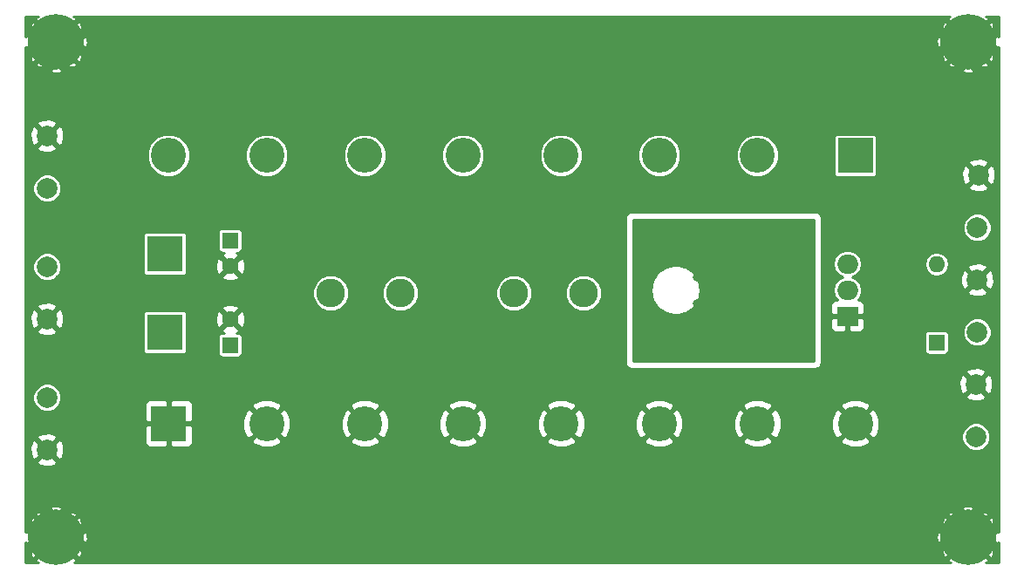
<source format=gbr>
G04 #@! TF.GenerationSoftware,KiCad,Pcbnew,5.0.2-bee76a0~70~ubuntu18.04.1*
G04 #@! TF.CreationDate,2019-06-19T23:07:38-07:00*
G04 #@! TF.ProjectId,aa-power,61612d70-6f77-4657-922e-6b696361645f,rev?*
G04 #@! TF.SameCoordinates,Original*
G04 #@! TF.FileFunction,Copper,L2,Bot*
G04 #@! TF.FilePolarity,Positive*
%FSLAX46Y46*%
G04 Gerber Fmt 4.6, Leading zero omitted, Abs format (unit mm)*
G04 Created by KiCad (PCBNEW 5.0.2-bee76a0~70~ubuntu18.04.1) date Wed 19 Jun 2019 11:07:38 PM PDT*
%MOMM*%
%LPD*%
G01*
G04 APERTURE LIST*
G04 #@! TA.AperFunction,ComponentPad*
%ADD10R,2.000000X1.905000*%
G04 #@! TD*
G04 #@! TA.AperFunction,ComponentPad*
%ADD11O,2.000000X1.905000*%
G04 #@! TD*
G04 #@! TA.AperFunction,ComponentPad*
%ADD12C,1.600000*%
G04 #@! TD*
G04 #@! TA.AperFunction,ComponentPad*
%ADD13R,1.600000X1.600000*%
G04 #@! TD*
G04 #@! TA.AperFunction,ComponentPad*
%ADD14C,0.800000*%
G04 #@! TD*
G04 #@! TA.AperFunction,ComponentPad*
%ADD15C,5.400000*%
G04 #@! TD*
G04 #@! TA.AperFunction,ComponentPad*
%ADD16C,2.000000*%
G04 #@! TD*
G04 #@! TA.AperFunction,ComponentPad*
%ADD17C,3.500120*%
G04 #@! TD*
G04 #@! TA.AperFunction,ComponentPad*
%ADD18R,3.500120X3.500120*%
G04 #@! TD*
G04 #@! TA.AperFunction,ComponentPad*
%ADD19O,1.600000X1.600000*%
G04 #@! TD*
G04 #@! TA.AperFunction,ComponentPad*
%ADD20C,2.780000*%
G04 #@! TD*
G04 #@! TA.AperFunction,ComponentPad*
%ADD21C,3.400000*%
G04 #@! TD*
G04 #@! TA.AperFunction,ComponentPad*
%ADD22R,3.400000X3.400000*%
G04 #@! TD*
G04 #@! TA.AperFunction,ViaPad*
%ADD23C,0.800000*%
G04 #@! TD*
G04 #@! TA.AperFunction,Conductor*
%ADD24C,0.254000*%
G04 #@! TD*
G04 APERTURE END LIST*
D10*
G04 #@! TO.P,Q1,1*
G04 #@! TO.N,GND*
X181842162Y-102592621D03*
D11*
G04 #@! TO.P,Q1,2*
G04 #@! TO.N,/+12V*
X181842162Y-100052621D03*
G04 #@! TO.P,Q1,3*
G04 #@! TO.N,Net-(D8-Pad2)*
X181842162Y-97512621D03*
G04 #@! TD*
D12*
G04 #@! TO.P,C2,2*
G04 #@! TO.N,GND*
X121920000Y-102910000D03*
D13*
G04 #@! TO.P,C2,1*
G04 #@! TO.N,Net-(C2-Pad1)*
X121920000Y-105410000D03*
G04 #@! TD*
G04 #@! TO.P,C1,1*
G04 #@! TO.N,Net-(C1-Pad1)*
X121920000Y-95250000D03*
D12*
G04 #@! TO.P,C1,2*
G04 #@! TO.N,GND*
X121920000Y-97750000D03*
G04 #@! TD*
D14*
G04 #@! TO.P,H1,1*
G04 #@! TO.N,GND*
X194979891Y-74514109D03*
X193548000Y-73921000D03*
X192116109Y-74514109D03*
X191523000Y-75946000D03*
X192116109Y-77377891D03*
X193548000Y-77971000D03*
X194979891Y-77377891D03*
X195573000Y-75946000D03*
D15*
X193548000Y-75946000D03*
G04 #@! TD*
G04 #@! TO.P,H2,1*
G04 #@! TO.N,GND*
X105029000Y-75946000D03*
D14*
X107054000Y-75946000D03*
X106460891Y-77377891D03*
X105029000Y-77971000D03*
X103597109Y-77377891D03*
X103004000Y-75946000D03*
X103597109Y-74514109D03*
X105029000Y-73921000D03*
X106460891Y-74514109D03*
G04 #@! TD*
G04 #@! TO.P,H3,1*
G04 #@! TO.N,GND*
X106460891Y-122647109D03*
X105029000Y-122054000D03*
X103597109Y-122647109D03*
X103004000Y-124079000D03*
X103597109Y-125510891D03*
X105029000Y-126104000D03*
X106460891Y-125510891D03*
X107054000Y-124079000D03*
D15*
X105029000Y-124079000D03*
G04 #@! TD*
G04 #@! TO.P,H4,1*
G04 #@! TO.N,GND*
X193548000Y-124079000D03*
D14*
X195573000Y-124079000D03*
X194979891Y-125510891D03*
X193548000Y-126104000D03*
X192116109Y-125510891D03*
X191523000Y-124079000D03*
X192116109Y-122647109D03*
X193548000Y-122054000D03*
X194979891Y-122647109D03*
G04 #@! TD*
D16*
G04 #@! TO.P,TP12,1*
G04 #@! TO.N,GND*
X194564000Y-88900000D03*
G04 #@! TD*
G04 #@! TO.P,TP7,1*
G04 #@! TO.N,/+12V*
X194310000Y-114300000D03*
G04 #@! TD*
G04 #@! TO.P,TP8,1*
G04 #@! TO.N,GND*
X194310000Y-109220000D03*
G04 #@! TD*
G04 #@! TO.P,TP9,1*
G04 #@! TO.N,Net-(C4-Pad1)*
X194437000Y-104140000D03*
G04 #@! TD*
G04 #@! TO.P,TP10,1*
G04 #@! TO.N,GND*
X194437000Y-99060000D03*
G04 #@! TD*
G04 #@! TO.P,TP11,1*
G04 #@! TO.N,Net-(D8-Pad2)*
X194437000Y-93980000D03*
G04 #@! TD*
D17*
G04 #@! TO.P,CN1,2*
G04 #@! TO.N,GND*
X110490000Y-96520000D03*
D18*
G04 #@! TO.P,CN1,1*
G04 #@! TO.N,Net-(C1-Pad1)*
X115570000Y-96520000D03*
G04 #@! TD*
G04 #@! TO.P,CN2,1*
G04 #@! TO.N,Net-(C2-Pad1)*
X115570000Y-104140000D03*
D17*
G04 #@! TO.P,CN2,2*
G04 #@! TO.N,GND*
X110490000Y-104140000D03*
G04 #@! TD*
D13*
G04 #@! TO.P,D8,1*
G04 #@! TO.N,Net-(C4-Pad1)*
X190500000Y-105156000D03*
D19*
G04 #@! TO.P,D8,2*
G04 #@! TO.N,Net-(D8-Pad2)*
X190500000Y-97536000D03*
G04 #@! TD*
D16*
G04 #@! TO.P,TP5,1*
G04 #@! TO.N,Net-(D5-Pad1)*
X104140000Y-97790000D03*
G04 #@! TD*
G04 #@! TO.P,TP4,1*
G04 #@! TO.N,GND*
X104140000Y-115570000D03*
G04 #@! TD*
G04 #@! TO.P,TP3,1*
G04 #@! TO.N,Net-(C2-Pad1)*
X104140000Y-110490000D03*
G04 #@! TD*
G04 #@! TO.P,TP2,1*
G04 #@! TO.N,GND*
X104140000Y-85090000D03*
G04 #@! TD*
G04 #@! TO.P,TP1,1*
G04 #@! TO.N,Net-(C1-Pad1)*
X104140000Y-90170000D03*
G04 #@! TD*
G04 #@! TO.P,TP6,1*
G04 #@! TO.N,GND*
X104140000Y-102870000D03*
G04 #@! TD*
D20*
G04 #@! TO.P,F1,2*
G04 #@! TO.N,Net-(D5-Pad1)*
X131699000Y-100330000D03*
X138430000Y-100330000D03*
G04 #@! TO.P,F1,1*
G04 #@! TO.N,/+12V*
X149479000Y-100330000D03*
X156210000Y-100330000D03*
G04 #@! TD*
D21*
G04 #@! TO.P,CN3,8*
G04 #@! TO.N,/+12V*
X115951000Y-86995000D03*
G04 #@! TO.P,CN3,7*
X125476000Y-86995000D03*
G04 #@! TO.P,CN3,6*
X135001000Y-86995000D03*
G04 #@! TO.P,CN3,5*
X144531000Y-86995000D03*
G04 #@! TO.P,CN3,4*
X154051000Y-86995000D03*
G04 #@! TO.P,CN3,3*
X163576000Y-86995000D03*
G04 #@! TO.P,CN3,2*
X173106000Y-86995000D03*
D22*
G04 #@! TO.P,CN3,1*
X182626000Y-86995000D03*
G04 #@! TD*
G04 #@! TO.P,CN4,1*
G04 #@! TO.N,GND*
X115951000Y-113030000D03*
D21*
G04 #@! TO.P,CN4,2*
X125471000Y-113030000D03*
G04 #@! TO.P,CN4,3*
X135001000Y-113030000D03*
G04 #@! TO.P,CN4,4*
X144526000Y-113030000D03*
G04 #@! TO.P,CN4,5*
X154046000Y-113030000D03*
G04 #@! TO.P,CN4,6*
X163576000Y-113030000D03*
G04 #@! TO.P,CN4,7*
X173101000Y-113030000D03*
G04 #@! TO.P,CN4,8*
X182626000Y-113030000D03*
G04 #@! TD*
D23*
G04 #@! TO.N,GND*
X147701000Y-93218000D03*
X147701000Y-94742000D03*
X147066000Y-93980000D03*
X108585000Y-91567000D03*
X189865000Y-115697000D03*
G04 #@! TO.N,/+12V*
X162157162Y-93702621D03*
X167237162Y-93702621D03*
X162157162Y-96242621D03*
X164719000Y-96266000D03*
X167259000Y-96266000D03*
X167259000Y-103886000D03*
X164719000Y-103886000D03*
X163449000Y-97536000D03*
X163449000Y-102616000D03*
X162179000Y-103886000D03*
X162179000Y-101346000D03*
X162179000Y-98806000D03*
X165989000Y-102616000D03*
X165989000Y-97536000D03*
X167259000Y-98806000D03*
X167259000Y-101346000D03*
X162179000Y-106426000D03*
X167259000Y-106553000D03*
X169799000Y-105156000D03*
X169799000Y-95123000D03*
X173609000Y-105156000D03*
X173609000Y-100076000D03*
X173609000Y-95123000D03*
X177419000Y-95123000D03*
X177419000Y-100052621D03*
X177419000Y-105156000D03*
X169799000Y-98171000D03*
X169799000Y-101981000D03*
G04 #@! TD*
D24*
G04 #@! TO.N,/+12V*
G36*
X178562000Y-106934000D02*
X161036000Y-106934000D01*
X161036000Y-100052621D01*
X162750438Y-100052621D01*
X162935542Y-100983201D01*
X163462673Y-101772110D01*
X164251582Y-102299241D01*
X164947265Y-102437621D01*
X165417059Y-102437621D01*
X166112742Y-102299241D01*
X166901651Y-101772110D01*
X167428782Y-100983201D01*
X167613886Y-100052621D01*
X167428782Y-99122041D01*
X166901651Y-98333132D01*
X166112742Y-97806001D01*
X165417059Y-97667621D01*
X164947265Y-97667621D01*
X164251582Y-97806001D01*
X163462673Y-98333132D01*
X162935542Y-99122041D01*
X162750438Y-100052621D01*
X161036000Y-100052621D01*
X161036000Y-93218000D01*
X178562000Y-93218000D01*
X178562000Y-106934000D01*
X178562000Y-106934000D01*
G37*
X178562000Y-106934000D02*
X161036000Y-106934000D01*
X161036000Y-100052621D01*
X162750438Y-100052621D01*
X162935542Y-100983201D01*
X163462673Y-101772110D01*
X164251582Y-102299241D01*
X164947265Y-102437621D01*
X165417059Y-102437621D01*
X166112742Y-102299241D01*
X166901651Y-101772110D01*
X167428782Y-100983201D01*
X167613886Y-100052621D01*
X167428782Y-99122041D01*
X166901651Y-98333132D01*
X166112742Y-97806001D01*
X165417059Y-97667621D01*
X164947265Y-97667621D01*
X164251582Y-97806001D01*
X163462673Y-98333132D01*
X162935542Y-99122041D01*
X162750438Y-100052621D01*
X161036000Y-100052621D01*
X161036000Y-93218000D01*
X178562000Y-93218000D01*
X178562000Y-106934000D01*
G04 #@! TO.N,GND*
G36*
X103084086Y-73591929D02*
X103059364Y-73796759D01*
X103597109Y-74334504D01*
X103611252Y-74320362D01*
X103790857Y-74499967D01*
X103776714Y-74514109D01*
X104314459Y-75051854D01*
X104519289Y-75027132D01*
X104572619Y-74861407D01*
X104907931Y-74969309D01*
X105318318Y-74935842D01*
X105474159Y-74871290D01*
X105538711Y-75027132D01*
X105743541Y-75051854D01*
X106281286Y-74514109D01*
X106267144Y-74499967D01*
X106446749Y-74320362D01*
X106460891Y-74334504D01*
X106998636Y-73796759D01*
X106973914Y-73591929D01*
X106706884Y-73506000D01*
X191810536Y-73506000D01*
X191603086Y-73591929D01*
X191578364Y-73796759D01*
X192116109Y-74334504D01*
X192130252Y-74320362D01*
X192309857Y-74499967D01*
X192295714Y-74514109D01*
X192833459Y-75051854D01*
X193038289Y-75027132D01*
X193091619Y-74861407D01*
X193426931Y-74969309D01*
X193837318Y-74935842D01*
X193993159Y-74871290D01*
X194057711Y-75027132D01*
X194262541Y-75051854D01*
X194800286Y-74514109D01*
X194786144Y-74499967D01*
X194965749Y-74320362D01*
X194979891Y-74334504D01*
X195517636Y-73796759D01*
X195492914Y-73591929D01*
X195225884Y-73506000D01*
X196496000Y-73506000D01*
X196496000Y-75434957D01*
X196495180Y-75432977D01*
X196290350Y-75408255D01*
X195752605Y-75946000D01*
X196290350Y-76483745D01*
X196495180Y-76459023D01*
X196496000Y-76456475D01*
X196496001Y-123567959D01*
X196495180Y-123565977D01*
X196290350Y-123541255D01*
X195752605Y-124079000D01*
X196290350Y-124616745D01*
X196495180Y-124592023D01*
X196496001Y-124589472D01*
X196496001Y-126519000D01*
X195285464Y-126519000D01*
X195492914Y-126433071D01*
X195517636Y-126228241D01*
X194979891Y-125690496D01*
X194965749Y-125704639D01*
X194786144Y-125525034D01*
X194800286Y-125510891D01*
X194262541Y-124973146D01*
X194057711Y-124997868D01*
X194004381Y-125163593D01*
X193669069Y-125055691D01*
X193258682Y-125089158D01*
X193102841Y-125153710D01*
X193038289Y-124997868D01*
X192833459Y-124973146D01*
X192295714Y-125510891D01*
X192309857Y-125525034D01*
X192130252Y-125704639D01*
X192116109Y-125690496D01*
X191578364Y-126228241D01*
X191603086Y-126433071D01*
X191870116Y-126519000D01*
X106766464Y-126519000D01*
X106973914Y-126433071D01*
X106998636Y-126228241D01*
X106460891Y-125690496D01*
X106446749Y-125704639D01*
X106267144Y-125525034D01*
X106281286Y-125510891D01*
X105743541Y-124973146D01*
X105538711Y-124997868D01*
X105485381Y-125163593D01*
X105150069Y-125055691D01*
X104739682Y-125089158D01*
X104583841Y-125153710D01*
X104519289Y-124997868D01*
X104314459Y-124973146D01*
X103776714Y-125510891D01*
X103790857Y-125525034D01*
X103611252Y-125704639D01*
X103597109Y-125690496D01*
X103059364Y-126228241D01*
X103084086Y-126433071D01*
X103351116Y-126519000D01*
X102081000Y-126519000D01*
X102081000Y-124590043D01*
X102081820Y-124592023D01*
X102286650Y-124616745D01*
X102824395Y-124079000D01*
X102286650Y-123541255D01*
X102081820Y-123565977D01*
X102081000Y-123568525D01*
X102081000Y-123361650D01*
X102466255Y-123361650D01*
X103004000Y-123899395D01*
X103018143Y-123885253D01*
X103197748Y-124064858D01*
X103183605Y-124079000D01*
X103197748Y-124093143D01*
X103018143Y-124272748D01*
X103004000Y-124258605D01*
X102466255Y-124796350D01*
X102490977Y-125001180D01*
X102656702Y-125054510D01*
X102548800Y-125389822D01*
X102582267Y-125800209D01*
X102674929Y-126023914D01*
X102879759Y-126048636D01*
X103417504Y-125510891D01*
X103403362Y-125496749D01*
X103582967Y-125317144D01*
X103597109Y-125331286D01*
X104134854Y-124793541D01*
X104110132Y-124588711D01*
X103944407Y-124535381D01*
X104052309Y-124200069D01*
X104018842Y-123789682D01*
X103954290Y-123633841D01*
X104110132Y-123569289D01*
X104134854Y-123364459D01*
X105923146Y-123364459D01*
X105947868Y-123569289D01*
X106113593Y-123622619D01*
X106005691Y-123957931D01*
X106039158Y-124368318D01*
X106103710Y-124524159D01*
X105947868Y-124588711D01*
X105923146Y-124793541D01*
X106460891Y-125331286D01*
X106475034Y-125317144D01*
X106654639Y-125496749D01*
X106640496Y-125510891D01*
X107178241Y-126048636D01*
X107383071Y-126023914D01*
X107509200Y-125631960D01*
X107475733Y-125221573D01*
X107411181Y-125065732D01*
X107567023Y-125001180D01*
X107591745Y-124796350D01*
X107054000Y-124258605D01*
X107039858Y-124272748D01*
X106860253Y-124093143D01*
X106874395Y-124079000D01*
X107233605Y-124079000D01*
X107771350Y-124616745D01*
X107976180Y-124592023D01*
X108102309Y-124200069D01*
X108082563Y-123957931D01*
X190474691Y-123957931D01*
X190508158Y-124368318D01*
X190600820Y-124592023D01*
X190805650Y-124616745D01*
X191343395Y-124079000D01*
X190805650Y-123541255D01*
X190600820Y-123565977D01*
X190474691Y-123957931D01*
X108082563Y-123957931D01*
X108068842Y-123789682D01*
X107976180Y-123565977D01*
X107771350Y-123541255D01*
X107233605Y-124079000D01*
X106874395Y-124079000D01*
X106860253Y-124064858D01*
X107039858Y-123885253D01*
X107054000Y-123899395D01*
X107591745Y-123361650D01*
X190985255Y-123361650D01*
X191523000Y-123899395D01*
X191537143Y-123885253D01*
X191716748Y-124064858D01*
X191702605Y-124079000D01*
X191716748Y-124093143D01*
X191537143Y-124272748D01*
X191523000Y-124258605D01*
X190985255Y-124796350D01*
X191009977Y-125001180D01*
X191175702Y-125054510D01*
X191067800Y-125389822D01*
X191101267Y-125800209D01*
X191193929Y-126023914D01*
X191398759Y-126048636D01*
X191936504Y-125510891D01*
X191922362Y-125496749D01*
X192101967Y-125317144D01*
X192116109Y-125331286D01*
X192653854Y-124793541D01*
X192629132Y-124588711D01*
X192463407Y-124535381D01*
X192571309Y-124200069D01*
X192537842Y-123789682D01*
X192473290Y-123633841D01*
X192629132Y-123569289D01*
X192653854Y-123364459D01*
X194442146Y-123364459D01*
X194466868Y-123569289D01*
X194632593Y-123622619D01*
X194524691Y-123957931D01*
X194558158Y-124368318D01*
X194622710Y-124524159D01*
X194466868Y-124588711D01*
X194442146Y-124793541D01*
X194979891Y-125331286D01*
X194994034Y-125317144D01*
X195173639Y-125496749D01*
X195159496Y-125510891D01*
X195697241Y-126048636D01*
X195902071Y-126023914D01*
X196028200Y-125631960D01*
X195994733Y-125221573D01*
X195930181Y-125065732D01*
X196086023Y-125001180D01*
X196110745Y-124796350D01*
X195573000Y-124258605D01*
X195558858Y-124272748D01*
X195379253Y-124093143D01*
X195393395Y-124079000D01*
X195379253Y-124064858D01*
X195558858Y-123885253D01*
X195573000Y-123899395D01*
X196110745Y-123361650D01*
X196086023Y-123156820D01*
X195920298Y-123103490D01*
X196028200Y-122768178D01*
X195994733Y-122357791D01*
X195902071Y-122134086D01*
X195697241Y-122109364D01*
X195159496Y-122647109D01*
X195173639Y-122661252D01*
X194994034Y-122840857D01*
X194979891Y-122826714D01*
X194442146Y-123364459D01*
X192653854Y-123364459D01*
X192116109Y-122826714D01*
X192101967Y-122840857D01*
X191922362Y-122661252D01*
X191936504Y-122647109D01*
X191398759Y-122109364D01*
X191193929Y-122134086D01*
X191067800Y-122526040D01*
X191101267Y-122936427D01*
X191165819Y-123092268D01*
X191009977Y-123156820D01*
X190985255Y-123361650D01*
X107591745Y-123361650D01*
X107567023Y-123156820D01*
X107401298Y-123103490D01*
X107509200Y-122768178D01*
X107475733Y-122357791D01*
X107383071Y-122134086D01*
X107178241Y-122109364D01*
X106640496Y-122647109D01*
X106654639Y-122661252D01*
X106475034Y-122840857D01*
X106460891Y-122826714D01*
X105923146Y-123364459D01*
X104134854Y-123364459D01*
X103597109Y-122826714D01*
X103582967Y-122840857D01*
X103403362Y-122661252D01*
X103417504Y-122647109D01*
X102879759Y-122109364D01*
X102674929Y-122134086D01*
X102548800Y-122526040D01*
X102582267Y-122936427D01*
X102646819Y-123092268D01*
X102490977Y-123156820D01*
X102466255Y-123361650D01*
X102081000Y-123361650D01*
X102081000Y-121929759D01*
X103059364Y-121929759D01*
X103597109Y-122467504D01*
X103611252Y-122453362D01*
X103790857Y-122632967D01*
X103776714Y-122647109D01*
X104314459Y-123184854D01*
X104519289Y-123160132D01*
X104572619Y-122994407D01*
X104907931Y-123102309D01*
X105318318Y-123068842D01*
X105474159Y-123004290D01*
X105538711Y-123160132D01*
X105743541Y-123184854D01*
X106281286Y-122647109D01*
X106267144Y-122632967D01*
X106446749Y-122453362D01*
X106460891Y-122467504D01*
X106998636Y-121929759D01*
X191578364Y-121929759D01*
X192116109Y-122467504D01*
X192130252Y-122453362D01*
X192309857Y-122632967D01*
X192295714Y-122647109D01*
X192833459Y-123184854D01*
X193038289Y-123160132D01*
X193091619Y-122994407D01*
X193426931Y-123102309D01*
X193837318Y-123068842D01*
X193993159Y-123004290D01*
X194057711Y-123160132D01*
X194262541Y-123184854D01*
X194800286Y-122647109D01*
X194786144Y-122632967D01*
X194965749Y-122453362D01*
X194979891Y-122467504D01*
X195517636Y-121929759D01*
X195492914Y-121724929D01*
X195100960Y-121598800D01*
X194690573Y-121632267D01*
X194534732Y-121696819D01*
X194470180Y-121540977D01*
X194265350Y-121516255D01*
X193727605Y-122054000D01*
X193741748Y-122068143D01*
X193562143Y-122247748D01*
X193548000Y-122233605D01*
X193533858Y-122247748D01*
X193354253Y-122068143D01*
X193368395Y-122054000D01*
X192830650Y-121516255D01*
X192625820Y-121540977D01*
X192572490Y-121706702D01*
X192237178Y-121598800D01*
X191826791Y-121632267D01*
X191603086Y-121724929D01*
X191578364Y-121929759D01*
X106998636Y-121929759D01*
X106973914Y-121724929D01*
X106581960Y-121598800D01*
X106171573Y-121632267D01*
X106015732Y-121696819D01*
X105951180Y-121540977D01*
X105746350Y-121516255D01*
X105208605Y-122054000D01*
X105222748Y-122068143D01*
X105043143Y-122247748D01*
X105029000Y-122233605D01*
X105014858Y-122247748D01*
X104835253Y-122068143D01*
X104849395Y-122054000D01*
X104311650Y-121516255D01*
X104106820Y-121540977D01*
X104053490Y-121706702D01*
X103718178Y-121598800D01*
X103307791Y-121632267D01*
X103084086Y-121724929D01*
X103059364Y-121929759D01*
X102081000Y-121929759D01*
X102081000Y-121336650D01*
X104491255Y-121336650D01*
X105029000Y-121874395D01*
X105566745Y-121336650D01*
X193010255Y-121336650D01*
X193548000Y-121874395D01*
X194085745Y-121336650D01*
X194061023Y-121131820D01*
X193669069Y-121005691D01*
X193258682Y-121039158D01*
X193034977Y-121131820D01*
X193010255Y-121336650D01*
X105566745Y-121336650D01*
X105542023Y-121131820D01*
X105150069Y-121005691D01*
X104739682Y-121039158D01*
X104515977Y-121131820D01*
X104491255Y-121336650D01*
X102081000Y-121336650D01*
X102081000Y-116722532D01*
X103167073Y-116722532D01*
X103265736Y-116989387D01*
X103875461Y-117215908D01*
X104525460Y-117191856D01*
X105014264Y-116989387D01*
X105112927Y-116722532D01*
X104140000Y-115749605D01*
X103167073Y-116722532D01*
X102081000Y-116722532D01*
X102081000Y-115305461D01*
X102494092Y-115305461D01*
X102518144Y-115955460D01*
X102720613Y-116444264D01*
X102987468Y-116542927D01*
X103960395Y-115570000D01*
X104319605Y-115570000D01*
X105292532Y-116542927D01*
X105559387Y-116444264D01*
X105785908Y-115834539D01*
X105761856Y-115184540D01*
X105559387Y-114695736D01*
X105292532Y-114597073D01*
X104319605Y-115570000D01*
X103960395Y-115570000D01*
X102987468Y-114597073D01*
X102720613Y-114695736D01*
X102494092Y-115305461D01*
X102081000Y-115305461D01*
X102081000Y-114417468D01*
X103167073Y-114417468D01*
X104140000Y-115390395D01*
X105112927Y-114417468D01*
X105014264Y-114150613D01*
X104404539Y-113924092D01*
X103754540Y-113948144D01*
X103265736Y-114150613D01*
X103167073Y-114417468D01*
X102081000Y-114417468D01*
X102081000Y-113315750D01*
X113616000Y-113315750D01*
X113616000Y-114856310D01*
X113712673Y-115089699D01*
X113891302Y-115268327D01*
X114124691Y-115365000D01*
X115665250Y-115365000D01*
X115824000Y-115206250D01*
X115824000Y-113157000D01*
X116078000Y-113157000D01*
X116078000Y-115206250D01*
X116236750Y-115365000D01*
X117777309Y-115365000D01*
X118010698Y-115268327D01*
X118189327Y-115089699D01*
X118286000Y-114856310D01*
X118286000Y-114688422D01*
X123992183Y-114688422D01*
X124176371Y-115027970D01*
X125039509Y-115371316D01*
X125968336Y-115358218D01*
X126765629Y-115027970D01*
X126949817Y-114688422D01*
X133522183Y-114688422D01*
X133706371Y-115027970D01*
X134569509Y-115371316D01*
X135498336Y-115358218D01*
X136295629Y-115027970D01*
X136479817Y-114688422D01*
X143047183Y-114688422D01*
X143231371Y-115027970D01*
X144094509Y-115371316D01*
X145023336Y-115358218D01*
X145820629Y-115027970D01*
X146004817Y-114688422D01*
X152567183Y-114688422D01*
X152751371Y-115027970D01*
X153614509Y-115371316D01*
X154543336Y-115358218D01*
X155340629Y-115027970D01*
X155524817Y-114688422D01*
X162097183Y-114688422D01*
X162281371Y-115027970D01*
X163144509Y-115371316D01*
X164073336Y-115358218D01*
X164870629Y-115027970D01*
X165054817Y-114688422D01*
X171622183Y-114688422D01*
X171806371Y-115027970D01*
X172669509Y-115371316D01*
X173598336Y-115358218D01*
X174395629Y-115027970D01*
X174579817Y-114688422D01*
X181147183Y-114688422D01*
X181331371Y-115027970D01*
X182194509Y-115371316D01*
X183123336Y-115358218D01*
X183920629Y-115027970D01*
X184104817Y-114688422D01*
X182626000Y-113209605D01*
X181147183Y-114688422D01*
X174579817Y-114688422D01*
X173101000Y-113209605D01*
X171622183Y-114688422D01*
X165054817Y-114688422D01*
X163576000Y-113209605D01*
X162097183Y-114688422D01*
X155524817Y-114688422D01*
X154046000Y-113209605D01*
X152567183Y-114688422D01*
X146004817Y-114688422D01*
X144526000Y-113209605D01*
X143047183Y-114688422D01*
X136479817Y-114688422D01*
X135001000Y-113209605D01*
X133522183Y-114688422D01*
X126949817Y-114688422D01*
X125471000Y-113209605D01*
X123992183Y-114688422D01*
X118286000Y-114688422D01*
X118286000Y-113315750D01*
X118127250Y-113157000D01*
X116078000Y-113157000D01*
X115824000Y-113157000D01*
X113774750Y-113157000D01*
X113616000Y-113315750D01*
X102081000Y-113315750D01*
X102081000Y-110215302D01*
X102759000Y-110215302D01*
X102759000Y-110764698D01*
X102969245Y-111272273D01*
X103357727Y-111660755D01*
X103865302Y-111871000D01*
X104414698Y-111871000D01*
X104922273Y-111660755D01*
X105310755Y-111272273D01*
X105339163Y-111203690D01*
X113616000Y-111203690D01*
X113616000Y-112744250D01*
X113774750Y-112903000D01*
X115824000Y-112903000D01*
X115824000Y-110853750D01*
X116078000Y-110853750D01*
X116078000Y-112903000D01*
X118127250Y-112903000D01*
X118286000Y-112744250D01*
X118286000Y-112598509D01*
X123129684Y-112598509D01*
X123142782Y-113527336D01*
X123473030Y-114324629D01*
X123812578Y-114508817D01*
X125291395Y-113030000D01*
X125650605Y-113030000D01*
X127129422Y-114508817D01*
X127468970Y-114324629D01*
X127812316Y-113461491D01*
X127800147Y-112598509D01*
X132659684Y-112598509D01*
X132672782Y-113527336D01*
X133003030Y-114324629D01*
X133342578Y-114508817D01*
X134821395Y-113030000D01*
X135180605Y-113030000D01*
X136659422Y-114508817D01*
X136998970Y-114324629D01*
X137342316Y-113461491D01*
X137330147Y-112598509D01*
X142184684Y-112598509D01*
X142197782Y-113527336D01*
X142528030Y-114324629D01*
X142867578Y-114508817D01*
X144346395Y-113030000D01*
X144705605Y-113030000D01*
X146184422Y-114508817D01*
X146523970Y-114324629D01*
X146867316Y-113461491D01*
X146855147Y-112598509D01*
X151704684Y-112598509D01*
X151717782Y-113527336D01*
X152048030Y-114324629D01*
X152387578Y-114508817D01*
X153866395Y-113030000D01*
X154225605Y-113030000D01*
X155704422Y-114508817D01*
X156043970Y-114324629D01*
X156387316Y-113461491D01*
X156375147Y-112598509D01*
X161234684Y-112598509D01*
X161247782Y-113527336D01*
X161578030Y-114324629D01*
X161917578Y-114508817D01*
X163396395Y-113030000D01*
X163755605Y-113030000D01*
X165234422Y-114508817D01*
X165573970Y-114324629D01*
X165917316Y-113461491D01*
X165905147Y-112598509D01*
X170759684Y-112598509D01*
X170772782Y-113527336D01*
X171103030Y-114324629D01*
X171442578Y-114508817D01*
X172921395Y-113030000D01*
X173280605Y-113030000D01*
X174759422Y-114508817D01*
X175098970Y-114324629D01*
X175442316Y-113461491D01*
X175430147Y-112598509D01*
X180284684Y-112598509D01*
X180297782Y-113527336D01*
X180628030Y-114324629D01*
X180967578Y-114508817D01*
X182446395Y-113030000D01*
X182805605Y-113030000D01*
X184284422Y-114508817D01*
X184623970Y-114324629D01*
X184743038Y-114025302D01*
X192929000Y-114025302D01*
X192929000Y-114574698D01*
X193139245Y-115082273D01*
X193527727Y-115470755D01*
X194035302Y-115681000D01*
X194584698Y-115681000D01*
X195092273Y-115470755D01*
X195480755Y-115082273D01*
X195691000Y-114574698D01*
X195691000Y-114025302D01*
X195480755Y-113517727D01*
X195092273Y-113129245D01*
X194584698Y-112919000D01*
X194035302Y-112919000D01*
X193527727Y-113129245D01*
X193139245Y-113517727D01*
X192929000Y-114025302D01*
X184743038Y-114025302D01*
X184967316Y-113461491D01*
X184954218Y-112532664D01*
X184623970Y-111735371D01*
X184284422Y-111551183D01*
X182805605Y-113030000D01*
X182446395Y-113030000D01*
X180967578Y-111551183D01*
X180628030Y-111735371D01*
X180284684Y-112598509D01*
X175430147Y-112598509D01*
X175429218Y-112532664D01*
X175098970Y-111735371D01*
X174759422Y-111551183D01*
X173280605Y-113030000D01*
X172921395Y-113030000D01*
X171442578Y-111551183D01*
X171103030Y-111735371D01*
X170759684Y-112598509D01*
X165905147Y-112598509D01*
X165904218Y-112532664D01*
X165573970Y-111735371D01*
X165234422Y-111551183D01*
X163755605Y-113030000D01*
X163396395Y-113030000D01*
X161917578Y-111551183D01*
X161578030Y-111735371D01*
X161234684Y-112598509D01*
X156375147Y-112598509D01*
X156374218Y-112532664D01*
X156043970Y-111735371D01*
X155704422Y-111551183D01*
X154225605Y-113030000D01*
X153866395Y-113030000D01*
X152387578Y-111551183D01*
X152048030Y-111735371D01*
X151704684Y-112598509D01*
X146855147Y-112598509D01*
X146854218Y-112532664D01*
X146523970Y-111735371D01*
X146184422Y-111551183D01*
X144705605Y-113030000D01*
X144346395Y-113030000D01*
X142867578Y-111551183D01*
X142528030Y-111735371D01*
X142184684Y-112598509D01*
X137330147Y-112598509D01*
X137329218Y-112532664D01*
X136998970Y-111735371D01*
X136659422Y-111551183D01*
X135180605Y-113030000D01*
X134821395Y-113030000D01*
X133342578Y-111551183D01*
X133003030Y-111735371D01*
X132659684Y-112598509D01*
X127800147Y-112598509D01*
X127799218Y-112532664D01*
X127468970Y-111735371D01*
X127129422Y-111551183D01*
X125650605Y-113030000D01*
X125291395Y-113030000D01*
X123812578Y-111551183D01*
X123473030Y-111735371D01*
X123129684Y-112598509D01*
X118286000Y-112598509D01*
X118286000Y-111371578D01*
X123992183Y-111371578D01*
X125471000Y-112850395D01*
X126949817Y-111371578D01*
X133522183Y-111371578D01*
X135001000Y-112850395D01*
X136479817Y-111371578D01*
X143047183Y-111371578D01*
X144526000Y-112850395D01*
X146004817Y-111371578D01*
X152567183Y-111371578D01*
X154046000Y-112850395D01*
X155524817Y-111371578D01*
X162097183Y-111371578D01*
X163576000Y-112850395D01*
X165054817Y-111371578D01*
X171622183Y-111371578D01*
X173101000Y-112850395D01*
X174579817Y-111371578D01*
X181147183Y-111371578D01*
X182626000Y-112850395D01*
X184104817Y-111371578D01*
X183920629Y-111032030D01*
X183057491Y-110688684D01*
X182128664Y-110701782D01*
X181331371Y-111032030D01*
X181147183Y-111371578D01*
X174579817Y-111371578D01*
X174395629Y-111032030D01*
X173532491Y-110688684D01*
X172603664Y-110701782D01*
X171806371Y-111032030D01*
X171622183Y-111371578D01*
X165054817Y-111371578D01*
X164870629Y-111032030D01*
X164007491Y-110688684D01*
X163078664Y-110701782D01*
X162281371Y-111032030D01*
X162097183Y-111371578D01*
X155524817Y-111371578D01*
X155340629Y-111032030D01*
X154477491Y-110688684D01*
X153548664Y-110701782D01*
X152751371Y-111032030D01*
X152567183Y-111371578D01*
X146004817Y-111371578D01*
X145820629Y-111032030D01*
X144957491Y-110688684D01*
X144028664Y-110701782D01*
X143231371Y-111032030D01*
X143047183Y-111371578D01*
X136479817Y-111371578D01*
X136295629Y-111032030D01*
X135432491Y-110688684D01*
X134503664Y-110701782D01*
X133706371Y-111032030D01*
X133522183Y-111371578D01*
X126949817Y-111371578D01*
X126765629Y-111032030D01*
X125902491Y-110688684D01*
X124973664Y-110701782D01*
X124176371Y-111032030D01*
X123992183Y-111371578D01*
X118286000Y-111371578D01*
X118286000Y-111203690D01*
X118189327Y-110970301D01*
X118010698Y-110791673D01*
X117777309Y-110695000D01*
X116236750Y-110695000D01*
X116078000Y-110853750D01*
X115824000Y-110853750D01*
X115665250Y-110695000D01*
X114124691Y-110695000D01*
X113891302Y-110791673D01*
X113712673Y-110970301D01*
X113616000Y-111203690D01*
X105339163Y-111203690D01*
X105521000Y-110764698D01*
X105521000Y-110372532D01*
X193337073Y-110372532D01*
X193435736Y-110639387D01*
X194045461Y-110865908D01*
X194695460Y-110841856D01*
X195184264Y-110639387D01*
X195282927Y-110372532D01*
X194310000Y-109399605D01*
X193337073Y-110372532D01*
X105521000Y-110372532D01*
X105521000Y-110215302D01*
X105310755Y-109707727D01*
X104922273Y-109319245D01*
X104414698Y-109109000D01*
X103865302Y-109109000D01*
X103357727Y-109319245D01*
X102969245Y-109707727D01*
X102759000Y-110215302D01*
X102081000Y-110215302D01*
X102081000Y-108955461D01*
X192664092Y-108955461D01*
X192688144Y-109605460D01*
X192890613Y-110094264D01*
X193157468Y-110192927D01*
X194130395Y-109220000D01*
X194489605Y-109220000D01*
X195462532Y-110192927D01*
X195729387Y-110094264D01*
X195955908Y-109484539D01*
X195931856Y-108834540D01*
X195729387Y-108345736D01*
X195462532Y-108247073D01*
X194489605Y-109220000D01*
X194130395Y-109220000D01*
X193157468Y-108247073D01*
X192890613Y-108345736D01*
X192664092Y-108955461D01*
X102081000Y-108955461D01*
X102081000Y-108067468D01*
X193337073Y-108067468D01*
X194310000Y-109040395D01*
X195282927Y-108067468D01*
X195184264Y-107800613D01*
X194574539Y-107574092D01*
X193924540Y-107598144D01*
X193435736Y-107800613D01*
X193337073Y-108067468D01*
X102081000Y-108067468D01*
X102081000Y-104022532D01*
X103167073Y-104022532D01*
X103265736Y-104289387D01*
X103875461Y-104515908D01*
X104525460Y-104491856D01*
X105014264Y-104289387D01*
X105112927Y-104022532D01*
X104140000Y-103049605D01*
X103167073Y-104022532D01*
X102081000Y-104022532D01*
X102081000Y-102605461D01*
X102494092Y-102605461D01*
X102518144Y-103255460D01*
X102720613Y-103744264D01*
X102987468Y-103842927D01*
X103960395Y-102870000D01*
X104319605Y-102870000D01*
X105292532Y-103842927D01*
X105559387Y-103744264D01*
X105785908Y-103134539D01*
X105761856Y-102484540D01*
X105722672Y-102389940D01*
X113431476Y-102389940D01*
X113431476Y-105890060D01*
X113461046Y-106038719D01*
X113545254Y-106164746D01*
X113671281Y-106248954D01*
X113819940Y-106278524D01*
X117320060Y-106278524D01*
X117468719Y-106248954D01*
X117594746Y-106164746D01*
X117678954Y-106038719D01*
X117708524Y-105890060D01*
X117708524Y-104610000D01*
X120731536Y-104610000D01*
X120731536Y-106210000D01*
X120761106Y-106358659D01*
X120845314Y-106484686D01*
X120971341Y-106568894D01*
X121120000Y-106598464D01*
X122720000Y-106598464D01*
X122868659Y-106568894D01*
X122994686Y-106484686D01*
X123078894Y-106358659D01*
X123108464Y-106210000D01*
X123108464Y-104610000D01*
X123078894Y-104461341D01*
X122994686Y-104335314D01*
X122868659Y-104251106D01*
X122720000Y-104221536D01*
X122534773Y-104221536D01*
X122674005Y-104163864D01*
X122748139Y-103917745D01*
X121920000Y-103089605D01*
X121091861Y-103917745D01*
X121165995Y-104163864D01*
X121326445Y-104221536D01*
X121120000Y-104221536D01*
X120971341Y-104251106D01*
X120845314Y-104335314D01*
X120761106Y-104461341D01*
X120731536Y-104610000D01*
X117708524Y-104610000D01*
X117708524Y-102693223D01*
X120473035Y-102693223D01*
X120500222Y-103263454D01*
X120666136Y-103664005D01*
X120912255Y-103738139D01*
X121740395Y-102910000D01*
X122099605Y-102910000D01*
X122927745Y-103738139D01*
X123173864Y-103664005D01*
X123366965Y-103126777D01*
X123339778Y-102556546D01*
X123173864Y-102155995D01*
X122927745Y-102081861D01*
X122099605Y-102910000D01*
X121740395Y-102910000D01*
X120912255Y-102081861D01*
X120666136Y-102155995D01*
X120473035Y-102693223D01*
X117708524Y-102693223D01*
X117708524Y-102389940D01*
X117678954Y-102241281D01*
X117594746Y-102115254D01*
X117468719Y-102031046D01*
X117320060Y-102001476D01*
X113819940Y-102001476D01*
X113671281Y-102031046D01*
X113545254Y-102115254D01*
X113461046Y-102241281D01*
X113431476Y-102389940D01*
X105722672Y-102389940D01*
X105559387Y-101995736D01*
X105306548Y-101902255D01*
X121091861Y-101902255D01*
X121920000Y-102730395D01*
X122748139Y-101902255D01*
X122674005Y-101656136D01*
X122136777Y-101463035D01*
X121566546Y-101490222D01*
X121165995Y-101656136D01*
X121091861Y-101902255D01*
X105306548Y-101902255D01*
X105292532Y-101897073D01*
X104319605Y-102870000D01*
X103960395Y-102870000D01*
X102987468Y-101897073D01*
X102720613Y-101995736D01*
X102494092Y-102605461D01*
X102081000Y-102605461D01*
X102081000Y-101717468D01*
X103167073Y-101717468D01*
X104140000Y-102690395D01*
X105112927Y-101717468D01*
X105014264Y-101450613D01*
X104404539Y-101224092D01*
X103754540Y-101248144D01*
X103265736Y-101450613D01*
X103167073Y-101717468D01*
X102081000Y-101717468D01*
X102081000Y-99977726D01*
X129928000Y-99977726D01*
X129928000Y-100682274D01*
X130197619Y-101333191D01*
X130695809Y-101831381D01*
X131346726Y-102101000D01*
X132051274Y-102101000D01*
X132702191Y-101831381D01*
X133200381Y-101333191D01*
X133470000Y-100682274D01*
X133470000Y-99977726D01*
X136659000Y-99977726D01*
X136659000Y-100682274D01*
X136928619Y-101333191D01*
X137426809Y-101831381D01*
X138077726Y-102101000D01*
X138782274Y-102101000D01*
X139433191Y-101831381D01*
X139931381Y-101333191D01*
X140201000Y-100682274D01*
X140201000Y-99977726D01*
X147708000Y-99977726D01*
X147708000Y-100682274D01*
X147977619Y-101333191D01*
X148475809Y-101831381D01*
X149126726Y-102101000D01*
X149831274Y-102101000D01*
X150482191Y-101831381D01*
X150980381Y-101333191D01*
X151250000Y-100682274D01*
X151250000Y-99977726D01*
X154439000Y-99977726D01*
X154439000Y-100682274D01*
X154708619Y-101333191D01*
X155206809Y-101831381D01*
X155857726Y-102101000D01*
X156562274Y-102101000D01*
X157213191Y-101831381D01*
X157711381Y-101333191D01*
X157981000Y-100682274D01*
X157981000Y-99977726D01*
X157711381Y-99326809D01*
X157213191Y-98828619D01*
X156562274Y-98559000D01*
X155857726Y-98559000D01*
X155206809Y-98828619D01*
X154708619Y-99326809D01*
X154439000Y-99977726D01*
X151250000Y-99977726D01*
X150980381Y-99326809D01*
X150482191Y-98828619D01*
X149831274Y-98559000D01*
X149126726Y-98559000D01*
X148475809Y-98828619D01*
X147977619Y-99326809D01*
X147708000Y-99977726D01*
X140201000Y-99977726D01*
X139931381Y-99326809D01*
X139433191Y-98828619D01*
X138782274Y-98559000D01*
X138077726Y-98559000D01*
X137426809Y-98828619D01*
X136928619Y-99326809D01*
X136659000Y-99977726D01*
X133470000Y-99977726D01*
X133200381Y-99326809D01*
X132702191Y-98828619D01*
X132051274Y-98559000D01*
X131346726Y-98559000D01*
X130695809Y-98828619D01*
X130197619Y-99326809D01*
X129928000Y-99977726D01*
X102081000Y-99977726D01*
X102081000Y-97515302D01*
X102759000Y-97515302D01*
X102759000Y-98064698D01*
X102969245Y-98572273D01*
X103357727Y-98960755D01*
X103865302Y-99171000D01*
X104414698Y-99171000D01*
X104922273Y-98960755D01*
X105125283Y-98757745D01*
X121091861Y-98757745D01*
X121165995Y-99003864D01*
X121703223Y-99196965D01*
X122273454Y-99169778D01*
X122674005Y-99003864D01*
X122748139Y-98757745D01*
X121920000Y-97929605D01*
X121091861Y-98757745D01*
X105125283Y-98757745D01*
X105310755Y-98572273D01*
X105521000Y-98064698D01*
X105521000Y-97515302D01*
X105310755Y-97007727D01*
X104922273Y-96619245D01*
X104414698Y-96409000D01*
X103865302Y-96409000D01*
X103357727Y-96619245D01*
X102969245Y-97007727D01*
X102759000Y-97515302D01*
X102081000Y-97515302D01*
X102081000Y-94769940D01*
X113431476Y-94769940D01*
X113431476Y-98270060D01*
X113461046Y-98418719D01*
X113545254Y-98544746D01*
X113671281Y-98628954D01*
X113819940Y-98658524D01*
X117320060Y-98658524D01*
X117468719Y-98628954D01*
X117594746Y-98544746D01*
X117678954Y-98418719D01*
X117708524Y-98270060D01*
X117708524Y-97533223D01*
X120473035Y-97533223D01*
X120500222Y-98103454D01*
X120666136Y-98504005D01*
X120912255Y-98578139D01*
X121740395Y-97750000D01*
X122099605Y-97750000D01*
X122927745Y-98578139D01*
X123173864Y-98504005D01*
X123366965Y-97966777D01*
X123339778Y-97396546D01*
X123173864Y-96995995D01*
X122927745Y-96921861D01*
X122099605Y-97750000D01*
X121740395Y-97750000D01*
X120912255Y-96921861D01*
X120666136Y-96995995D01*
X120473035Y-97533223D01*
X117708524Y-97533223D01*
X117708524Y-94769940D01*
X117678954Y-94621281D01*
X117594746Y-94495254D01*
X117527019Y-94450000D01*
X120731536Y-94450000D01*
X120731536Y-96050000D01*
X120761106Y-96198659D01*
X120845314Y-96324686D01*
X120971341Y-96408894D01*
X121120000Y-96438464D01*
X121305227Y-96438464D01*
X121165995Y-96496136D01*
X121091861Y-96742255D01*
X121920000Y-97570395D01*
X122748139Y-96742255D01*
X122674005Y-96496136D01*
X122513555Y-96438464D01*
X122720000Y-96438464D01*
X122868659Y-96408894D01*
X122994686Y-96324686D01*
X123078894Y-96198659D01*
X123108464Y-96050000D01*
X123108464Y-94450000D01*
X123078894Y-94301341D01*
X122994686Y-94175314D01*
X122868659Y-94091106D01*
X122720000Y-94061536D01*
X121120000Y-94061536D01*
X120971341Y-94091106D01*
X120845314Y-94175314D01*
X120761106Y-94301341D01*
X120731536Y-94450000D01*
X117527019Y-94450000D01*
X117468719Y-94411046D01*
X117320060Y-94381476D01*
X113819940Y-94381476D01*
X113671281Y-94411046D01*
X113545254Y-94495254D01*
X113461046Y-94621281D01*
X113431476Y-94769940D01*
X102081000Y-94769940D01*
X102081000Y-93091000D01*
X160274000Y-93091000D01*
X160274000Y-107061000D01*
X160322336Y-107304004D01*
X160459987Y-107510013D01*
X160665996Y-107647664D01*
X160909000Y-107696000D01*
X178689000Y-107696000D01*
X178932004Y-107647664D01*
X179138013Y-107510013D01*
X179275664Y-107304004D01*
X179324000Y-107061000D01*
X179324000Y-104356000D01*
X189311536Y-104356000D01*
X189311536Y-105956000D01*
X189341106Y-106104659D01*
X189425314Y-106230686D01*
X189551341Y-106314894D01*
X189700000Y-106344464D01*
X191300000Y-106344464D01*
X191448659Y-106314894D01*
X191574686Y-106230686D01*
X191658894Y-106104659D01*
X191688464Y-105956000D01*
X191688464Y-104356000D01*
X191658894Y-104207341D01*
X191574686Y-104081314D01*
X191448659Y-103997106D01*
X191300000Y-103967536D01*
X189700000Y-103967536D01*
X189551341Y-103997106D01*
X189425314Y-104081314D01*
X189341106Y-104207341D01*
X189311536Y-104356000D01*
X179324000Y-104356000D01*
X179324000Y-102878371D01*
X180207162Y-102878371D01*
X180207162Y-103671430D01*
X180303835Y-103904819D01*
X180482463Y-104083448D01*
X180715852Y-104180121D01*
X181556412Y-104180121D01*
X181715162Y-104021371D01*
X181715162Y-102719621D01*
X181969162Y-102719621D01*
X181969162Y-104021371D01*
X182127912Y-104180121D01*
X182968472Y-104180121D01*
X183201861Y-104083448D01*
X183380489Y-103904819D01*
X183396857Y-103865302D01*
X193056000Y-103865302D01*
X193056000Y-104414698D01*
X193266245Y-104922273D01*
X193654727Y-105310755D01*
X194162302Y-105521000D01*
X194711698Y-105521000D01*
X195219273Y-105310755D01*
X195607755Y-104922273D01*
X195818000Y-104414698D01*
X195818000Y-103865302D01*
X195607755Y-103357727D01*
X195219273Y-102969245D01*
X194711698Y-102759000D01*
X194162302Y-102759000D01*
X193654727Y-102969245D01*
X193266245Y-103357727D01*
X193056000Y-103865302D01*
X183396857Y-103865302D01*
X183477162Y-103671430D01*
X183477162Y-102878371D01*
X183318412Y-102719621D01*
X181969162Y-102719621D01*
X181715162Y-102719621D01*
X180365912Y-102719621D01*
X180207162Y-102878371D01*
X179324000Y-102878371D01*
X179324000Y-101513812D01*
X180207162Y-101513812D01*
X180207162Y-102306871D01*
X180365912Y-102465621D01*
X181715162Y-102465621D01*
X181715162Y-102445621D01*
X181969162Y-102445621D01*
X181969162Y-102465621D01*
X183318412Y-102465621D01*
X183477162Y-102306871D01*
X183477162Y-101513812D01*
X183380489Y-101280423D01*
X183201861Y-101101794D01*
X182968472Y-101005121D01*
X182857007Y-101005121D01*
X183145791Y-100572927D01*
X183217477Y-100212532D01*
X193464073Y-100212532D01*
X193562736Y-100479387D01*
X194172461Y-100705908D01*
X194822460Y-100681856D01*
X195311264Y-100479387D01*
X195409927Y-100212532D01*
X194437000Y-99239605D01*
X193464073Y-100212532D01*
X183217477Y-100212532D01*
X183249286Y-100052621D01*
X183145791Y-99532315D01*
X182851061Y-99091222D01*
X182409968Y-98796492D01*
X182404785Y-98795461D01*
X192791092Y-98795461D01*
X192815144Y-99445460D01*
X193017613Y-99934264D01*
X193284468Y-100032927D01*
X194257395Y-99060000D01*
X194616605Y-99060000D01*
X195589532Y-100032927D01*
X195856387Y-99934264D01*
X196082908Y-99324539D01*
X196058856Y-98674540D01*
X195856387Y-98185736D01*
X195589532Y-98087073D01*
X194616605Y-99060000D01*
X194257395Y-99060000D01*
X193284468Y-98087073D01*
X193017613Y-98185736D01*
X192791092Y-98795461D01*
X182404785Y-98795461D01*
X182340234Y-98782621D01*
X182409968Y-98768750D01*
X182851061Y-98474020D01*
X183145791Y-98032927D01*
X183244635Y-97536000D01*
X189295863Y-97536000D01*
X189387522Y-97996803D01*
X189648547Y-98387453D01*
X190039197Y-98648478D01*
X190383682Y-98717000D01*
X190616318Y-98717000D01*
X190960803Y-98648478D01*
X191351453Y-98387453D01*
X191612478Y-97996803D01*
X191630247Y-97907468D01*
X193464073Y-97907468D01*
X194437000Y-98880395D01*
X195409927Y-97907468D01*
X195311264Y-97640613D01*
X194701539Y-97414092D01*
X194051540Y-97438144D01*
X193562736Y-97640613D01*
X193464073Y-97907468D01*
X191630247Y-97907468D01*
X191704137Y-97536000D01*
X191612478Y-97075197D01*
X191351453Y-96684547D01*
X190960803Y-96423522D01*
X190616318Y-96355000D01*
X190383682Y-96355000D01*
X190039197Y-96423522D01*
X189648547Y-96684547D01*
X189387522Y-97075197D01*
X189295863Y-97536000D01*
X183244635Y-97536000D01*
X183249286Y-97512621D01*
X183145791Y-96992315D01*
X182851061Y-96551222D01*
X182409968Y-96256492D01*
X182020997Y-96179121D01*
X181663327Y-96179121D01*
X181274356Y-96256492D01*
X180833263Y-96551222D01*
X180538533Y-96992315D01*
X180435038Y-97512621D01*
X180538533Y-98032927D01*
X180833263Y-98474020D01*
X181274356Y-98768750D01*
X181344090Y-98782621D01*
X181274356Y-98796492D01*
X180833263Y-99091222D01*
X180538533Y-99532315D01*
X180435038Y-100052621D01*
X180538533Y-100572927D01*
X180827317Y-101005121D01*
X180715852Y-101005121D01*
X180482463Y-101101794D01*
X180303835Y-101280423D01*
X180207162Y-101513812D01*
X179324000Y-101513812D01*
X179324000Y-93705302D01*
X193056000Y-93705302D01*
X193056000Y-94254698D01*
X193266245Y-94762273D01*
X193654727Y-95150755D01*
X194162302Y-95361000D01*
X194711698Y-95361000D01*
X195219273Y-95150755D01*
X195607755Y-94762273D01*
X195818000Y-94254698D01*
X195818000Y-93705302D01*
X195607755Y-93197727D01*
X195219273Y-92809245D01*
X194711698Y-92599000D01*
X194162302Y-92599000D01*
X193654727Y-92809245D01*
X193266245Y-93197727D01*
X193056000Y-93705302D01*
X179324000Y-93705302D01*
X179324000Y-93091000D01*
X179275664Y-92847996D01*
X179138013Y-92641987D01*
X178932004Y-92504336D01*
X178689000Y-92456000D01*
X160909000Y-92456000D01*
X160665996Y-92504336D01*
X160459987Y-92641987D01*
X160322336Y-92847996D01*
X160274000Y-93091000D01*
X102081000Y-93091000D01*
X102081000Y-89895302D01*
X102759000Y-89895302D01*
X102759000Y-90444698D01*
X102969245Y-90952273D01*
X103357727Y-91340755D01*
X103865302Y-91551000D01*
X104414698Y-91551000D01*
X104922273Y-91340755D01*
X105310755Y-90952273D01*
X105521000Y-90444698D01*
X105521000Y-90052532D01*
X193591073Y-90052532D01*
X193689736Y-90319387D01*
X194299461Y-90545908D01*
X194949460Y-90521856D01*
X195438264Y-90319387D01*
X195536927Y-90052532D01*
X194564000Y-89079605D01*
X193591073Y-90052532D01*
X105521000Y-90052532D01*
X105521000Y-89895302D01*
X105310755Y-89387727D01*
X104922273Y-88999245D01*
X104414698Y-88789000D01*
X103865302Y-88789000D01*
X103357727Y-88999245D01*
X102969245Y-89387727D01*
X102759000Y-89895302D01*
X102081000Y-89895302D01*
X102081000Y-86242532D01*
X103167073Y-86242532D01*
X103265736Y-86509387D01*
X103875461Y-86735908D01*
X104525460Y-86711856D01*
X104841222Y-86581063D01*
X113870000Y-86581063D01*
X113870000Y-87408937D01*
X114186814Y-88173792D01*
X114772208Y-88759186D01*
X115537063Y-89076000D01*
X116364937Y-89076000D01*
X117129792Y-88759186D01*
X117715186Y-88173792D01*
X118032000Y-87408937D01*
X118032000Y-86581063D01*
X123395000Y-86581063D01*
X123395000Y-87408937D01*
X123711814Y-88173792D01*
X124297208Y-88759186D01*
X125062063Y-89076000D01*
X125889937Y-89076000D01*
X126654792Y-88759186D01*
X127240186Y-88173792D01*
X127557000Y-87408937D01*
X127557000Y-86581063D01*
X132920000Y-86581063D01*
X132920000Y-87408937D01*
X133236814Y-88173792D01*
X133822208Y-88759186D01*
X134587063Y-89076000D01*
X135414937Y-89076000D01*
X136179792Y-88759186D01*
X136765186Y-88173792D01*
X137082000Y-87408937D01*
X137082000Y-86581063D01*
X142450000Y-86581063D01*
X142450000Y-87408937D01*
X142766814Y-88173792D01*
X143352208Y-88759186D01*
X144117063Y-89076000D01*
X144944937Y-89076000D01*
X145709792Y-88759186D01*
X146295186Y-88173792D01*
X146612000Y-87408937D01*
X146612000Y-86581063D01*
X151970000Y-86581063D01*
X151970000Y-87408937D01*
X152286814Y-88173792D01*
X152872208Y-88759186D01*
X153637063Y-89076000D01*
X154464937Y-89076000D01*
X155229792Y-88759186D01*
X155815186Y-88173792D01*
X156132000Y-87408937D01*
X156132000Y-86581063D01*
X161495000Y-86581063D01*
X161495000Y-87408937D01*
X161811814Y-88173792D01*
X162397208Y-88759186D01*
X163162063Y-89076000D01*
X163989937Y-89076000D01*
X164754792Y-88759186D01*
X165340186Y-88173792D01*
X165657000Y-87408937D01*
X165657000Y-86581063D01*
X171025000Y-86581063D01*
X171025000Y-87408937D01*
X171341814Y-88173792D01*
X171927208Y-88759186D01*
X172692063Y-89076000D01*
X173519937Y-89076000D01*
X174284792Y-88759186D01*
X174870186Y-88173792D01*
X175187000Y-87408937D01*
X175187000Y-86581063D01*
X174870186Y-85816208D01*
X174348978Y-85295000D01*
X180537536Y-85295000D01*
X180537536Y-88695000D01*
X180567106Y-88843659D01*
X180651314Y-88969686D01*
X180777341Y-89053894D01*
X180926000Y-89083464D01*
X184326000Y-89083464D01*
X184474659Y-89053894D01*
X184600686Y-88969686D01*
X184684894Y-88843659D01*
X184714464Y-88695000D01*
X184714464Y-88635461D01*
X192918092Y-88635461D01*
X192942144Y-89285460D01*
X193144613Y-89774264D01*
X193411468Y-89872927D01*
X194384395Y-88900000D01*
X194743605Y-88900000D01*
X195716532Y-89872927D01*
X195983387Y-89774264D01*
X196209908Y-89164539D01*
X196185856Y-88514540D01*
X195983387Y-88025736D01*
X195716532Y-87927073D01*
X194743605Y-88900000D01*
X194384395Y-88900000D01*
X193411468Y-87927073D01*
X193144613Y-88025736D01*
X192918092Y-88635461D01*
X184714464Y-88635461D01*
X184714464Y-87747468D01*
X193591073Y-87747468D01*
X194564000Y-88720395D01*
X195536927Y-87747468D01*
X195438264Y-87480613D01*
X194828539Y-87254092D01*
X194178540Y-87278144D01*
X193689736Y-87480613D01*
X193591073Y-87747468D01*
X184714464Y-87747468D01*
X184714464Y-85295000D01*
X184684894Y-85146341D01*
X184600686Y-85020314D01*
X184474659Y-84936106D01*
X184326000Y-84906536D01*
X180926000Y-84906536D01*
X180777341Y-84936106D01*
X180651314Y-85020314D01*
X180567106Y-85146341D01*
X180537536Y-85295000D01*
X174348978Y-85295000D01*
X174284792Y-85230814D01*
X173519937Y-84914000D01*
X172692063Y-84914000D01*
X171927208Y-85230814D01*
X171341814Y-85816208D01*
X171025000Y-86581063D01*
X165657000Y-86581063D01*
X165340186Y-85816208D01*
X164754792Y-85230814D01*
X163989937Y-84914000D01*
X163162063Y-84914000D01*
X162397208Y-85230814D01*
X161811814Y-85816208D01*
X161495000Y-86581063D01*
X156132000Y-86581063D01*
X155815186Y-85816208D01*
X155229792Y-85230814D01*
X154464937Y-84914000D01*
X153637063Y-84914000D01*
X152872208Y-85230814D01*
X152286814Y-85816208D01*
X151970000Y-86581063D01*
X146612000Y-86581063D01*
X146295186Y-85816208D01*
X145709792Y-85230814D01*
X144944937Y-84914000D01*
X144117063Y-84914000D01*
X143352208Y-85230814D01*
X142766814Y-85816208D01*
X142450000Y-86581063D01*
X137082000Y-86581063D01*
X136765186Y-85816208D01*
X136179792Y-85230814D01*
X135414937Y-84914000D01*
X134587063Y-84914000D01*
X133822208Y-85230814D01*
X133236814Y-85816208D01*
X132920000Y-86581063D01*
X127557000Y-86581063D01*
X127240186Y-85816208D01*
X126654792Y-85230814D01*
X125889937Y-84914000D01*
X125062063Y-84914000D01*
X124297208Y-85230814D01*
X123711814Y-85816208D01*
X123395000Y-86581063D01*
X118032000Y-86581063D01*
X117715186Y-85816208D01*
X117129792Y-85230814D01*
X116364937Y-84914000D01*
X115537063Y-84914000D01*
X114772208Y-85230814D01*
X114186814Y-85816208D01*
X113870000Y-86581063D01*
X104841222Y-86581063D01*
X105014264Y-86509387D01*
X105112927Y-86242532D01*
X104140000Y-85269605D01*
X103167073Y-86242532D01*
X102081000Y-86242532D01*
X102081000Y-84825461D01*
X102494092Y-84825461D01*
X102518144Y-85475460D01*
X102720613Y-85964264D01*
X102987468Y-86062927D01*
X103960395Y-85090000D01*
X104319605Y-85090000D01*
X105292532Y-86062927D01*
X105559387Y-85964264D01*
X105785908Y-85354539D01*
X105761856Y-84704540D01*
X105559387Y-84215736D01*
X105292532Y-84117073D01*
X104319605Y-85090000D01*
X103960395Y-85090000D01*
X102987468Y-84117073D01*
X102720613Y-84215736D01*
X102494092Y-84825461D01*
X102081000Y-84825461D01*
X102081000Y-83937468D01*
X103167073Y-83937468D01*
X104140000Y-84910395D01*
X105112927Y-83937468D01*
X105014264Y-83670613D01*
X104404539Y-83444092D01*
X103754540Y-83468144D01*
X103265736Y-83670613D01*
X103167073Y-83937468D01*
X102081000Y-83937468D01*
X102081000Y-78688350D01*
X104491255Y-78688350D01*
X104515977Y-78893180D01*
X104907931Y-79019309D01*
X105318318Y-78985842D01*
X105542023Y-78893180D01*
X105566745Y-78688350D01*
X193010255Y-78688350D01*
X193034977Y-78893180D01*
X193426931Y-79019309D01*
X193837318Y-78985842D01*
X194061023Y-78893180D01*
X194085745Y-78688350D01*
X193548000Y-78150605D01*
X193010255Y-78688350D01*
X105566745Y-78688350D01*
X105029000Y-78150605D01*
X104491255Y-78688350D01*
X102081000Y-78688350D01*
X102081000Y-78095241D01*
X103059364Y-78095241D01*
X103084086Y-78300071D01*
X103476040Y-78426200D01*
X103886427Y-78392733D01*
X104042268Y-78328181D01*
X104106820Y-78484023D01*
X104311650Y-78508745D01*
X104849395Y-77971000D01*
X104835253Y-77956858D01*
X105014858Y-77777253D01*
X105029000Y-77791395D01*
X105043143Y-77777253D01*
X105222748Y-77956858D01*
X105208605Y-77971000D01*
X105746350Y-78508745D01*
X105951180Y-78484023D01*
X106004510Y-78318298D01*
X106339822Y-78426200D01*
X106750209Y-78392733D01*
X106973914Y-78300071D01*
X106998636Y-78095241D01*
X191578364Y-78095241D01*
X191603086Y-78300071D01*
X191995040Y-78426200D01*
X192405427Y-78392733D01*
X192561268Y-78328181D01*
X192625820Y-78484023D01*
X192830650Y-78508745D01*
X193368395Y-77971000D01*
X193354253Y-77956858D01*
X193533858Y-77777253D01*
X193548000Y-77791395D01*
X193562143Y-77777253D01*
X193741748Y-77956858D01*
X193727605Y-77971000D01*
X194265350Y-78508745D01*
X194470180Y-78484023D01*
X194523510Y-78318298D01*
X194858822Y-78426200D01*
X195269209Y-78392733D01*
X195492914Y-78300071D01*
X195517636Y-78095241D01*
X194979891Y-77557496D01*
X194965749Y-77571639D01*
X194786144Y-77392034D01*
X194800286Y-77377891D01*
X194262541Y-76840146D01*
X194057711Y-76864868D01*
X194004381Y-77030593D01*
X193669069Y-76922691D01*
X193258682Y-76956158D01*
X193102841Y-77020710D01*
X193038289Y-76864868D01*
X192833459Y-76840146D01*
X192295714Y-77377891D01*
X192309857Y-77392034D01*
X192130252Y-77571639D01*
X192116109Y-77557496D01*
X191578364Y-78095241D01*
X106998636Y-78095241D01*
X106460891Y-77557496D01*
X106446749Y-77571639D01*
X106267144Y-77392034D01*
X106281286Y-77377891D01*
X105743541Y-76840146D01*
X105538711Y-76864868D01*
X105485381Y-77030593D01*
X105150069Y-76922691D01*
X104739682Y-76956158D01*
X104583841Y-77020710D01*
X104519289Y-76864868D01*
X104314459Y-76840146D01*
X103776714Y-77377891D01*
X103790857Y-77392034D01*
X103611252Y-77571639D01*
X103597109Y-77557496D01*
X103059364Y-78095241D01*
X102081000Y-78095241D01*
X102081000Y-76457043D01*
X102081820Y-76459023D01*
X102286650Y-76483745D01*
X102824395Y-75946000D01*
X102286650Y-75408255D01*
X102081820Y-75432977D01*
X102081000Y-75435525D01*
X102081000Y-75228650D01*
X102466255Y-75228650D01*
X103004000Y-75766395D01*
X103018143Y-75752253D01*
X103197748Y-75931858D01*
X103183605Y-75946000D01*
X103197748Y-75960143D01*
X103018143Y-76139748D01*
X103004000Y-76125605D01*
X102466255Y-76663350D01*
X102490977Y-76868180D01*
X102656702Y-76921510D01*
X102548800Y-77256822D01*
X102582267Y-77667209D01*
X102674929Y-77890914D01*
X102879759Y-77915636D01*
X103417504Y-77377891D01*
X103403362Y-77363749D01*
X103582967Y-77184144D01*
X103597109Y-77198286D01*
X104134854Y-76660541D01*
X104110132Y-76455711D01*
X103944407Y-76402381D01*
X104052309Y-76067069D01*
X104018842Y-75656682D01*
X103954290Y-75500841D01*
X104110132Y-75436289D01*
X104134854Y-75231459D01*
X105923146Y-75231459D01*
X105947868Y-75436289D01*
X106113593Y-75489619D01*
X106005691Y-75824931D01*
X106039158Y-76235318D01*
X106103710Y-76391159D01*
X105947868Y-76455711D01*
X105923146Y-76660541D01*
X106460891Y-77198286D01*
X106475034Y-77184144D01*
X106654639Y-77363749D01*
X106640496Y-77377891D01*
X107178241Y-77915636D01*
X107383071Y-77890914D01*
X107509200Y-77498960D01*
X107475733Y-77088573D01*
X107411181Y-76932732D01*
X107567023Y-76868180D01*
X107591745Y-76663350D01*
X107054000Y-76125605D01*
X107039858Y-76139748D01*
X106860253Y-75960143D01*
X106874395Y-75946000D01*
X107233605Y-75946000D01*
X107771350Y-76483745D01*
X107976180Y-76459023D01*
X108102309Y-76067069D01*
X108082563Y-75824931D01*
X190474691Y-75824931D01*
X190508158Y-76235318D01*
X190600820Y-76459023D01*
X190805650Y-76483745D01*
X191343395Y-75946000D01*
X190805650Y-75408255D01*
X190600820Y-75432977D01*
X190474691Y-75824931D01*
X108082563Y-75824931D01*
X108068842Y-75656682D01*
X107976180Y-75432977D01*
X107771350Y-75408255D01*
X107233605Y-75946000D01*
X106874395Y-75946000D01*
X106860253Y-75931858D01*
X107039858Y-75752253D01*
X107054000Y-75766395D01*
X107591745Y-75228650D01*
X190985255Y-75228650D01*
X191523000Y-75766395D01*
X191537143Y-75752253D01*
X191716748Y-75931858D01*
X191702605Y-75946000D01*
X191716748Y-75960143D01*
X191537143Y-76139748D01*
X191523000Y-76125605D01*
X190985255Y-76663350D01*
X191009977Y-76868180D01*
X191175702Y-76921510D01*
X191067800Y-77256822D01*
X191101267Y-77667209D01*
X191193929Y-77890914D01*
X191398759Y-77915636D01*
X191936504Y-77377891D01*
X191922362Y-77363749D01*
X192101967Y-77184144D01*
X192116109Y-77198286D01*
X192653854Y-76660541D01*
X192629132Y-76455711D01*
X192463407Y-76402381D01*
X192571309Y-76067069D01*
X192537842Y-75656682D01*
X192473290Y-75500841D01*
X192629132Y-75436289D01*
X192653854Y-75231459D01*
X194442146Y-75231459D01*
X194466868Y-75436289D01*
X194632593Y-75489619D01*
X194524691Y-75824931D01*
X194558158Y-76235318D01*
X194622710Y-76391159D01*
X194466868Y-76455711D01*
X194442146Y-76660541D01*
X194979891Y-77198286D01*
X194994034Y-77184144D01*
X195173639Y-77363749D01*
X195159496Y-77377891D01*
X195697241Y-77915636D01*
X195902071Y-77890914D01*
X196028200Y-77498960D01*
X195994733Y-77088573D01*
X195930181Y-76932732D01*
X196086023Y-76868180D01*
X196110745Y-76663350D01*
X195573000Y-76125605D01*
X195558858Y-76139748D01*
X195379253Y-75960143D01*
X195393395Y-75946000D01*
X195379253Y-75931858D01*
X195558858Y-75752253D01*
X195573000Y-75766395D01*
X196110745Y-75228650D01*
X196086023Y-75023820D01*
X195920298Y-74970490D01*
X196028200Y-74635178D01*
X195994733Y-74224791D01*
X195902071Y-74001086D01*
X195697241Y-73976364D01*
X195159496Y-74514109D01*
X195173639Y-74528252D01*
X194994034Y-74707857D01*
X194979891Y-74693714D01*
X194442146Y-75231459D01*
X192653854Y-75231459D01*
X192116109Y-74693714D01*
X192101967Y-74707857D01*
X191922362Y-74528252D01*
X191936504Y-74514109D01*
X191398759Y-73976364D01*
X191193929Y-74001086D01*
X191067800Y-74393040D01*
X191101267Y-74803427D01*
X191165819Y-74959268D01*
X191009977Y-75023820D01*
X190985255Y-75228650D01*
X107591745Y-75228650D01*
X107567023Y-75023820D01*
X107401298Y-74970490D01*
X107509200Y-74635178D01*
X107475733Y-74224791D01*
X107383071Y-74001086D01*
X107178241Y-73976364D01*
X106640496Y-74514109D01*
X106654639Y-74528252D01*
X106475034Y-74707857D01*
X106460891Y-74693714D01*
X105923146Y-75231459D01*
X104134854Y-75231459D01*
X103597109Y-74693714D01*
X103582967Y-74707857D01*
X103403362Y-74528252D01*
X103417504Y-74514109D01*
X102879759Y-73976364D01*
X102674929Y-74001086D01*
X102548800Y-74393040D01*
X102582267Y-74803427D01*
X102646819Y-74959268D01*
X102490977Y-75023820D01*
X102466255Y-75228650D01*
X102081000Y-75228650D01*
X102081000Y-73506000D01*
X103291536Y-73506000D01*
X103084086Y-73591929D01*
X103084086Y-73591929D01*
G37*
X103084086Y-73591929D02*
X103059364Y-73796759D01*
X103597109Y-74334504D01*
X103611252Y-74320362D01*
X103790857Y-74499967D01*
X103776714Y-74514109D01*
X104314459Y-75051854D01*
X104519289Y-75027132D01*
X104572619Y-74861407D01*
X104907931Y-74969309D01*
X105318318Y-74935842D01*
X105474159Y-74871290D01*
X105538711Y-75027132D01*
X105743541Y-75051854D01*
X106281286Y-74514109D01*
X106267144Y-74499967D01*
X106446749Y-74320362D01*
X106460891Y-74334504D01*
X106998636Y-73796759D01*
X106973914Y-73591929D01*
X106706884Y-73506000D01*
X191810536Y-73506000D01*
X191603086Y-73591929D01*
X191578364Y-73796759D01*
X192116109Y-74334504D01*
X192130252Y-74320362D01*
X192309857Y-74499967D01*
X192295714Y-74514109D01*
X192833459Y-75051854D01*
X193038289Y-75027132D01*
X193091619Y-74861407D01*
X193426931Y-74969309D01*
X193837318Y-74935842D01*
X193993159Y-74871290D01*
X194057711Y-75027132D01*
X194262541Y-75051854D01*
X194800286Y-74514109D01*
X194786144Y-74499967D01*
X194965749Y-74320362D01*
X194979891Y-74334504D01*
X195517636Y-73796759D01*
X195492914Y-73591929D01*
X195225884Y-73506000D01*
X196496000Y-73506000D01*
X196496000Y-75434957D01*
X196495180Y-75432977D01*
X196290350Y-75408255D01*
X195752605Y-75946000D01*
X196290350Y-76483745D01*
X196495180Y-76459023D01*
X196496000Y-76456475D01*
X196496001Y-123567959D01*
X196495180Y-123565977D01*
X196290350Y-123541255D01*
X195752605Y-124079000D01*
X196290350Y-124616745D01*
X196495180Y-124592023D01*
X196496001Y-124589472D01*
X196496001Y-126519000D01*
X195285464Y-126519000D01*
X195492914Y-126433071D01*
X195517636Y-126228241D01*
X194979891Y-125690496D01*
X194965749Y-125704639D01*
X194786144Y-125525034D01*
X194800286Y-125510891D01*
X194262541Y-124973146D01*
X194057711Y-124997868D01*
X194004381Y-125163593D01*
X193669069Y-125055691D01*
X193258682Y-125089158D01*
X193102841Y-125153710D01*
X193038289Y-124997868D01*
X192833459Y-124973146D01*
X192295714Y-125510891D01*
X192309857Y-125525034D01*
X192130252Y-125704639D01*
X192116109Y-125690496D01*
X191578364Y-126228241D01*
X191603086Y-126433071D01*
X191870116Y-126519000D01*
X106766464Y-126519000D01*
X106973914Y-126433071D01*
X106998636Y-126228241D01*
X106460891Y-125690496D01*
X106446749Y-125704639D01*
X106267144Y-125525034D01*
X106281286Y-125510891D01*
X105743541Y-124973146D01*
X105538711Y-124997868D01*
X105485381Y-125163593D01*
X105150069Y-125055691D01*
X104739682Y-125089158D01*
X104583841Y-125153710D01*
X104519289Y-124997868D01*
X104314459Y-124973146D01*
X103776714Y-125510891D01*
X103790857Y-125525034D01*
X103611252Y-125704639D01*
X103597109Y-125690496D01*
X103059364Y-126228241D01*
X103084086Y-126433071D01*
X103351116Y-126519000D01*
X102081000Y-126519000D01*
X102081000Y-124590043D01*
X102081820Y-124592023D01*
X102286650Y-124616745D01*
X102824395Y-124079000D01*
X102286650Y-123541255D01*
X102081820Y-123565977D01*
X102081000Y-123568525D01*
X102081000Y-123361650D01*
X102466255Y-123361650D01*
X103004000Y-123899395D01*
X103018143Y-123885253D01*
X103197748Y-124064858D01*
X103183605Y-124079000D01*
X103197748Y-124093143D01*
X103018143Y-124272748D01*
X103004000Y-124258605D01*
X102466255Y-124796350D01*
X102490977Y-125001180D01*
X102656702Y-125054510D01*
X102548800Y-125389822D01*
X102582267Y-125800209D01*
X102674929Y-126023914D01*
X102879759Y-126048636D01*
X103417504Y-125510891D01*
X103403362Y-125496749D01*
X103582967Y-125317144D01*
X103597109Y-125331286D01*
X104134854Y-124793541D01*
X104110132Y-124588711D01*
X103944407Y-124535381D01*
X104052309Y-124200069D01*
X104018842Y-123789682D01*
X103954290Y-123633841D01*
X104110132Y-123569289D01*
X104134854Y-123364459D01*
X105923146Y-123364459D01*
X105947868Y-123569289D01*
X106113593Y-123622619D01*
X106005691Y-123957931D01*
X106039158Y-124368318D01*
X106103710Y-124524159D01*
X105947868Y-124588711D01*
X105923146Y-124793541D01*
X106460891Y-125331286D01*
X106475034Y-125317144D01*
X106654639Y-125496749D01*
X106640496Y-125510891D01*
X107178241Y-126048636D01*
X107383071Y-126023914D01*
X107509200Y-125631960D01*
X107475733Y-125221573D01*
X107411181Y-125065732D01*
X107567023Y-125001180D01*
X107591745Y-124796350D01*
X107054000Y-124258605D01*
X107039858Y-124272748D01*
X106860253Y-124093143D01*
X106874395Y-124079000D01*
X107233605Y-124079000D01*
X107771350Y-124616745D01*
X107976180Y-124592023D01*
X108102309Y-124200069D01*
X108082563Y-123957931D01*
X190474691Y-123957931D01*
X190508158Y-124368318D01*
X190600820Y-124592023D01*
X190805650Y-124616745D01*
X191343395Y-124079000D01*
X190805650Y-123541255D01*
X190600820Y-123565977D01*
X190474691Y-123957931D01*
X108082563Y-123957931D01*
X108068842Y-123789682D01*
X107976180Y-123565977D01*
X107771350Y-123541255D01*
X107233605Y-124079000D01*
X106874395Y-124079000D01*
X106860253Y-124064858D01*
X107039858Y-123885253D01*
X107054000Y-123899395D01*
X107591745Y-123361650D01*
X190985255Y-123361650D01*
X191523000Y-123899395D01*
X191537143Y-123885253D01*
X191716748Y-124064858D01*
X191702605Y-124079000D01*
X191716748Y-124093143D01*
X191537143Y-124272748D01*
X191523000Y-124258605D01*
X190985255Y-124796350D01*
X191009977Y-125001180D01*
X191175702Y-125054510D01*
X191067800Y-125389822D01*
X191101267Y-125800209D01*
X191193929Y-126023914D01*
X191398759Y-126048636D01*
X191936504Y-125510891D01*
X191922362Y-125496749D01*
X192101967Y-125317144D01*
X192116109Y-125331286D01*
X192653854Y-124793541D01*
X192629132Y-124588711D01*
X192463407Y-124535381D01*
X192571309Y-124200069D01*
X192537842Y-123789682D01*
X192473290Y-123633841D01*
X192629132Y-123569289D01*
X192653854Y-123364459D01*
X194442146Y-123364459D01*
X194466868Y-123569289D01*
X194632593Y-123622619D01*
X194524691Y-123957931D01*
X194558158Y-124368318D01*
X194622710Y-124524159D01*
X194466868Y-124588711D01*
X194442146Y-124793541D01*
X194979891Y-125331286D01*
X194994034Y-125317144D01*
X195173639Y-125496749D01*
X195159496Y-125510891D01*
X195697241Y-126048636D01*
X195902071Y-126023914D01*
X196028200Y-125631960D01*
X195994733Y-125221573D01*
X195930181Y-125065732D01*
X196086023Y-125001180D01*
X196110745Y-124796350D01*
X195573000Y-124258605D01*
X195558858Y-124272748D01*
X195379253Y-124093143D01*
X195393395Y-124079000D01*
X195379253Y-124064858D01*
X195558858Y-123885253D01*
X195573000Y-123899395D01*
X196110745Y-123361650D01*
X196086023Y-123156820D01*
X195920298Y-123103490D01*
X196028200Y-122768178D01*
X195994733Y-122357791D01*
X195902071Y-122134086D01*
X195697241Y-122109364D01*
X195159496Y-122647109D01*
X195173639Y-122661252D01*
X194994034Y-122840857D01*
X194979891Y-122826714D01*
X194442146Y-123364459D01*
X192653854Y-123364459D01*
X192116109Y-122826714D01*
X192101967Y-122840857D01*
X191922362Y-122661252D01*
X191936504Y-122647109D01*
X191398759Y-122109364D01*
X191193929Y-122134086D01*
X191067800Y-122526040D01*
X191101267Y-122936427D01*
X191165819Y-123092268D01*
X191009977Y-123156820D01*
X190985255Y-123361650D01*
X107591745Y-123361650D01*
X107567023Y-123156820D01*
X107401298Y-123103490D01*
X107509200Y-122768178D01*
X107475733Y-122357791D01*
X107383071Y-122134086D01*
X107178241Y-122109364D01*
X106640496Y-122647109D01*
X106654639Y-122661252D01*
X106475034Y-122840857D01*
X106460891Y-122826714D01*
X105923146Y-123364459D01*
X104134854Y-123364459D01*
X103597109Y-122826714D01*
X103582967Y-122840857D01*
X103403362Y-122661252D01*
X103417504Y-122647109D01*
X102879759Y-122109364D01*
X102674929Y-122134086D01*
X102548800Y-122526040D01*
X102582267Y-122936427D01*
X102646819Y-123092268D01*
X102490977Y-123156820D01*
X102466255Y-123361650D01*
X102081000Y-123361650D01*
X102081000Y-121929759D01*
X103059364Y-121929759D01*
X103597109Y-122467504D01*
X103611252Y-122453362D01*
X103790857Y-122632967D01*
X103776714Y-122647109D01*
X104314459Y-123184854D01*
X104519289Y-123160132D01*
X104572619Y-122994407D01*
X104907931Y-123102309D01*
X105318318Y-123068842D01*
X105474159Y-123004290D01*
X105538711Y-123160132D01*
X105743541Y-123184854D01*
X106281286Y-122647109D01*
X106267144Y-122632967D01*
X106446749Y-122453362D01*
X106460891Y-122467504D01*
X106998636Y-121929759D01*
X191578364Y-121929759D01*
X192116109Y-122467504D01*
X192130252Y-122453362D01*
X192309857Y-122632967D01*
X192295714Y-122647109D01*
X192833459Y-123184854D01*
X193038289Y-123160132D01*
X193091619Y-122994407D01*
X193426931Y-123102309D01*
X193837318Y-123068842D01*
X193993159Y-123004290D01*
X194057711Y-123160132D01*
X194262541Y-123184854D01*
X194800286Y-122647109D01*
X194786144Y-122632967D01*
X194965749Y-122453362D01*
X194979891Y-122467504D01*
X195517636Y-121929759D01*
X195492914Y-121724929D01*
X195100960Y-121598800D01*
X194690573Y-121632267D01*
X194534732Y-121696819D01*
X194470180Y-121540977D01*
X194265350Y-121516255D01*
X193727605Y-122054000D01*
X193741748Y-122068143D01*
X193562143Y-122247748D01*
X193548000Y-122233605D01*
X193533858Y-122247748D01*
X193354253Y-122068143D01*
X193368395Y-122054000D01*
X192830650Y-121516255D01*
X192625820Y-121540977D01*
X192572490Y-121706702D01*
X192237178Y-121598800D01*
X191826791Y-121632267D01*
X191603086Y-121724929D01*
X191578364Y-121929759D01*
X106998636Y-121929759D01*
X106973914Y-121724929D01*
X106581960Y-121598800D01*
X106171573Y-121632267D01*
X106015732Y-121696819D01*
X105951180Y-121540977D01*
X105746350Y-121516255D01*
X105208605Y-122054000D01*
X105222748Y-122068143D01*
X105043143Y-122247748D01*
X105029000Y-122233605D01*
X105014858Y-122247748D01*
X104835253Y-122068143D01*
X104849395Y-122054000D01*
X104311650Y-121516255D01*
X104106820Y-121540977D01*
X104053490Y-121706702D01*
X103718178Y-121598800D01*
X103307791Y-121632267D01*
X103084086Y-121724929D01*
X103059364Y-121929759D01*
X102081000Y-121929759D01*
X102081000Y-121336650D01*
X104491255Y-121336650D01*
X105029000Y-121874395D01*
X105566745Y-121336650D01*
X193010255Y-121336650D01*
X193548000Y-121874395D01*
X194085745Y-121336650D01*
X194061023Y-121131820D01*
X193669069Y-121005691D01*
X193258682Y-121039158D01*
X193034977Y-121131820D01*
X193010255Y-121336650D01*
X105566745Y-121336650D01*
X105542023Y-121131820D01*
X105150069Y-121005691D01*
X104739682Y-121039158D01*
X104515977Y-121131820D01*
X104491255Y-121336650D01*
X102081000Y-121336650D01*
X102081000Y-116722532D01*
X103167073Y-116722532D01*
X103265736Y-116989387D01*
X103875461Y-117215908D01*
X104525460Y-117191856D01*
X105014264Y-116989387D01*
X105112927Y-116722532D01*
X104140000Y-115749605D01*
X103167073Y-116722532D01*
X102081000Y-116722532D01*
X102081000Y-115305461D01*
X102494092Y-115305461D01*
X102518144Y-115955460D01*
X102720613Y-116444264D01*
X102987468Y-116542927D01*
X103960395Y-115570000D01*
X104319605Y-115570000D01*
X105292532Y-116542927D01*
X105559387Y-116444264D01*
X105785908Y-115834539D01*
X105761856Y-115184540D01*
X105559387Y-114695736D01*
X105292532Y-114597073D01*
X104319605Y-115570000D01*
X103960395Y-115570000D01*
X102987468Y-114597073D01*
X102720613Y-114695736D01*
X102494092Y-115305461D01*
X102081000Y-115305461D01*
X102081000Y-114417468D01*
X103167073Y-114417468D01*
X104140000Y-115390395D01*
X105112927Y-114417468D01*
X105014264Y-114150613D01*
X104404539Y-113924092D01*
X103754540Y-113948144D01*
X103265736Y-114150613D01*
X103167073Y-114417468D01*
X102081000Y-114417468D01*
X102081000Y-113315750D01*
X113616000Y-113315750D01*
X113616000Y-114856310D01*
X113712673Y-115089699D01*
X113891302Y-115268327D01*
X114124691Y-115365000D01*
X115665250Y-115365000D01*
X115824000Y-115206250D01*
X115824000Y-113157000D01*
X116078000Y-113157000D01*
X116078000Y-115206250D01*
X116236750Y-115365000D01*
X117777309Y-115365000D01*
X118010698Y-115268327D01*
X118189327Y-115089699D01*
X118286000Y-114856310D01*
X118286000Y-114688422D01*
X123992183Y-114688422D01*
X124176371Y-115027970D01*
X125039509Y-115371316D01*
X125968336Y-115358218D01*
X126765629Y-115027970D01*
X126949817Y-114688422D01*
X133522183Y-114688422D01*
X133706371Y-115027970D01*
X134569509Y-115371316D01*
X135498336Y-115358218D01*
X136295629Y-115027970D01*
X136479817Y-114688422D01*
X143047183Y-114688422D01*
X143231371Y-115027970D01*
X144094509Y-115371316D01*
X145023336Y-115358218D01*
X145820629Y-115027970D01*
X146004817Y-114688422D01*
X152567183Y-114688422D01*
X152751371Y-115027970D01*
X153614509Y-115371316D01*
X154543336Y-115358218D01*
X155340629Y-115027970D01*
X155524817Y-114688422D01*
X162097183Y-114688422D01*
X162281371Y-115027970D01*
X163144509Y-115371316D01*
X164073336Y-115358218D01*
X164870629Y-115027970D01*
X165054817Y-114688422D01*
X171622183Y-114688422D01*
X171806371Y-115027970D01*
X172669509Y-115371316D01*
X173598336Y-115358218D01*
X174395629Y-115027970D01*
X174579817Y-114688422D01*
X181147183Y-114688422D01*
X181331371Y-115027970D01*
X182194509Y-115371316D01*
X183123336Y-115358218D01*
X183920629Y-115027970D01*
X184104817Y-114688422D01*
X182626000Y-113209605D01*
X181147183Y-114688422D01*
X174579817Y-114688422D01*
X173101000Y-113209605D01*
X171622183Y-114688422D01*
X165054817Y-114688422D01*
X163576000Y-113209605D01*
X162097183Y-114688422D01*
X155524817Y-114688422D01*
X154046000Y-113209605D01*
X152567183Y-114688422D01*
X146004817Y-114688422D01*
X144526000Y-113209605D01*
X143047183Y-114688422D01*
X136479817Y-114688422D01*
X135001000Y-113209605D01*
X133522183Y-114688422D01*
X126949817Y-114688422D01*
X125471000Y-113209605D01*
X123992183Y-114688422D01*
X118286000Y-114688422D01*
X118286000Y-113315750D01*
X118127250Y-113157000D01*
X116078000Y-113157000D01*
X115824000Y-113157000D01*
X113774750Y-113157000D01*
X113616000Y-113315750D01*
X102081000Y-113315750D01*
X102081000Y-110215302D01*
X102759000Y-110215302D01*
X102759000Y-110764698D01*
X102969245Y-111272273D01*
X103357727Y-111660755D01*
X103865302Y-111871000D01*
X104414698Y-111871000D01*
X104922273Y-111660755D01*
X105310755Y-111272273D01*
X105339163Y-111203690D01*
X113616000Y-111203690D01*
X113616000Y-112744250D01*
X113774750Y-112903000D01*
X115824000Y-112903000D01*
X115824000Y-110853750D01*
X116078000Y-110853750D01*
X116078000Y-112903000D01*
X118127250Y-112903000D01*
X118286000Y-112744250D01*
X118286000Y-112598509D01*
X123129684Y-112598509D01*
X123142782Y-113527336D01*
X123473030Y-114324629D01*
X123812578Y-114508817D01*
X125291395Y-113030000D01*
X125650605Y-113030000D01*
X127129422Y-114508817D01*
X127468970Y-114324629D01*
X127812316Y-113461491D01*
X127800147Y-112598509D01*
X132659684Y-112598509D01*
X132672782Y-113527336D01*
X133003030Y-114324629D01*
X133342578Y-114508817D01*
X134821395Y-113030000D01*
X135180605Y-113030000D01*
X136659422Y-114508817D01*
X136998970Y-114324629D01*
X137342316Y-113461491D01*
X137330147Y-112598509D01*
X142184684Y-112598509D01*
X142197782Y-113527336D01*
X142528030Y-114324629D01*
X142867578Y-114508817D01*
X144346395Y-113030000D01*
X144705605Y-113030000D01*
X146184422Y-114508817D01*
X146523970Y-114324629D01*
X146867316Y-113461491D01*
X146855147Y-112598509D01*
X151704684Y-112598509D01*
X151717782Y-113527336D01*
X152048030Y-114324629D01*
X152387578Y-114508817D01*
X153866395Y-113030000D01*
X154225605Y-113030000D01*
X155704422Y-114508817D01*
X156043970Y-114324629D01*
X156387316Y-113461491D01*
X156375147Y-112598509D01*
X161234684Y-112598509D01*
X161247782Y-113527336D01*
X161578030Y-114324629D01*
X161917578Y-114508817D01*
X163396395Y-113030000D01*
X163755605Y-113030000D01*
X165234422Y-114508817D01*
X165573970Y-114324629D01*
X165917316Y-113461491D01*
X165905147Y-112598509D01*
X170759684Y-112598509D01*
X170772782Y-113527336D01*
X171103030Y-114324629D01*
X171442578Y-114508817D01*
X172921395Y-113030000D01*
X173280605Y-113030000D01*
X174759422Y-114508817D01*
X175098970Y-114324629D01*
X175442316Y-113461491D01*
X175430147Y-112598509D01*
X180284684Y-112598509D01*
X180297782Y-113527336D01*
X180628030Y-114324629D01*
X180967578Y-114508817D01*
X182446395Y-113030000D01*
X182805605Y-113030000D01*
X184284422Y-114508817D01*
X184623970Y-114324629D01*
X184743038Y-114025302D01*
X192929000Y-114025302D01*
X192929000Y-114574698D01*
X193139245Y-115082273D01*
X193527727Y-115470755D01*
X194035302Y-115681000D01*
X194584698Y-115681000D01*
X195092273Y-115470755D01*
X195480755Y-115082273D01*
X195691000Y-114574698D01*
X195691000Y-114025302D01*
X195480755Y-113517727D01*
X195092273Y-113129245D01*
X194584698Y-112919000D01*
X194035302Y-112919000D01*
X193527727Y-113129245D01*
X193139245Y-113517727D01*
X192929000Y-114025302D01*
X184743038Y-114025302D01*
X184967316Y-113461491D01*
X184954218Y-112532664D01*
X184623970Y-111735371D01*
X184284422Y-111551183D01*
X182805605Y-113030000D01*
X182446395Y-113030000D01*
X180967578Y-111551183D01*
X180628030Y-111735371D01*
X180284684Y-112598509D01*
X175430147Y-112598509D01*
X175429218Y-112532664D01*
X175098970Y-111735371D01*
X174759422Y-111551183D01*
X173280605Y-113030000D01*
X172921395Y-113030000D01*
X171442578Y-111551183D01*
X171103030Y-111735371D01*
X170759684Y-112598509D01*
X165905147Y-112598509D01*
X165904218Y-112532664D01*
X165573970Y-111735371D01*
X165234422Y-111551183D01*
X163755605Y-113030000D01*
X163396395Y-113030000D01*
X161917578Y-111551183D01*
X161578030Y-111735371D01*
X161234684Y-112598509D01*
X156375147Y-112598509D01*
X156374218Y-112532664D01*
X156043970Y-111735371D01*
X155704422Y-111551183D01*
X154225605Y-113030000D01*
X153866395Y-113030000D01*
X152387578Y-111551183D01*
X152048030Y-111735371D01*
X151704684Y-112598509D01*
X146855147Y-112598509D01*
X146854218Y-112532664D01*
X146523970Y-111735371D01*
X146184422Y-111551183D01*
X144705605Y-113030000D01*
X144346395Y-113030000D01*
X142867578Y-111551183D01*
X142528030Y-111735371D01*
X142184684Y-112598509D01*
X137330147Y-112598509D01*
X137329218Y-112532664D01*
X136998970Y-111735371D01*
X136659422Y-111551183D01*
X135180605Y-113030000D01*
X134821395Y-113030000D01*
X133342578Y-111551183D01*
X133003030Y-111735371D01*
X132659684Y-112598509D01*
X127800147Y-112598509D01*
X127799218Y-112532664D01*
X127468970Y-111735371D01*
X127129422Y-111551183D01*
X125650605Y-113030000D01*
X125291395Y-113030000D01*
X123812578Y-111551183D01*
X123473030Y-111735371D01*
X123129684Y-112598509D01*
X118286000Y-112598509D01*
X118286000Y-111371578D01*
X123992183Y-111371578D01*
X125471000Y-112850395D01*
X126949817Y-111371578D01*
X133522183Y-111371578D01*
X135001000Y-112850395D01*
X136479817Y-111371578D01*
X143047183Y-111371578D01*
X144526000Y-112850395D01*
X146004817Y-111371578D01*
X152567183Y-111371578D01*
X154046000Y-112850395D01*
X155524817Y-111371578D01*
X162097183Y-111371578D01*
X163576000Y-112850395D01*
X165054817Y-111371578D01*
X171622183Y-111371578D01*
X173101000Y-112850395D01*
X174579817Y-111371578D01*
X181147183Y-111371578D01*
X182626000Y-112850395D01*
X184104817Y-111371578D01*
X183920629Y-111032030D01*
X183057491Y-110688684D01*
X182128664Y-110701782D01*
X181331371Y-111032030D01*
X181147183Y-111371578D01*
X174579817Y-111371578D01*
X174395629Y-111032030D01*
X173532491Y-110688684D01*
X172603664Y-110701782D01*
X171806371Y-111032030D01*
X171622183Y-111371578D01*
X165054817Y-111371578D01*
X164870629Y-111032030D01*
X164007491Y-110688684D01*
X163078664Y-110701782D01*
X162281371Y-111032030D01*
X162097183Y-111371578D01*
X155524817Y-111371578D01*
X155340629Y-111032030D01*
X154477491Y-110688684D01*
X153548664Y-110701782D01*
X152751371Y-111032030D01*
X152567183Y-111371578D01*
X146004817Y-111371578D01*
X145820629Y-111032030D01*
X144957491Y-110688684D01*
X144028664Y-110701782D01*
X143231371Y-111032030D01*
X143047183Y-111371578D01*
X136479817Y-111371578D01*
X136295629Y-111032030D01*
X135432491Y-110688684D01*
X134503664Y-110701782D01*
X133706371Y-111032030D01*
X133522183Y-111371578D01*
X126949817Y-111371578D01*
X126765629Y-111032030D01*
X125902491Y-110688684D01*
X124973664Y-110701782D01*
X124176371Y-111032030D01*
X123992183Y-111371578D01*
X118286000Y-111371578D01*
X118286000Y-111203690D01*
X118189327Y-110970301D01*
X118010698Y-110791673D01*
X117777309Y-110695000D01*
X116236750Y-110695000D01*
X116078000Y-110853750D01*
X115824000Y-110853750D01*
X115665250Y-110695000D01*
X114124691Y-110695000D01*
X113891302Y-110791673D01*
X113712673Y-110970301D01*
X113616000Y-111203690D01*
X105339163Y-111203690D01*
X105521000Y-110764698D01*
X105521000Y-110372532D01*
X193337073Y-110372532D01*
X193435736Y-110639387D01*
X194045461Y-110865908D01*
X194695460Y-110841856D01*
X195184264Y-110639387D01*
X195282927Y-110372532D01*
X194310000Y-109399605D01*
X193337073Y-110372532D01*
X105521000Y-110372532D01*
X105521000Y-110215302D01*
X105310755Y-109707727D01*
X104922273Y-109319245D01*
X104414698Y-109109000D01*
X103865302Y-109109000D01*
X103357727Y-109319245D01*
X102969245Y-109707727D01*
X102759000Y-110215302D01*
X102081000Y-110215302D01*
X102081000Y-108955461D01*
X192664092Y-108955461D01*
X192688144Y-109605460D01*
X192890613Y-110094264D01*
X193157468Y-110192927D01*
X194130395Y-109220000D01*
X194489605Y-109220000D01*
X195462532Y-110192927D01*
X195729387Y-110094264D01*
X195955908Y-109484539D01*
X195931856Y-108834540D01*
X195729387Y-108345736D01*
X195462532Y-108247073D01*
X194489605Y-109220000D01*
X194130395Y-109220000D01*
X193157468Y-108247073D01*
X192890613Y-108345736D01*
X192664092Y-108955461D01*
X102081000Y-108955461D01*
X102081000Y-108067468D01*
X193337073Y-108067468D01*
X194310000Y-109040395D01*
X195282927Y-108067468D01*
X195184264Y-107800613D01*
X194574539Y-107574092D01*
X193924540Y-107598144D01*
X193435736Y-107800613D01*
X193337073Y-108067468D01*
X102081000Y-108067468D01*
X102081000Y-104022532D01*
X103167073Y-104022532D01*
X103265736Y-104289387D01*
X103875461Y-104515908D01*
X104525460Y-104491856D01*
X105014264Y-104289387D01*
X105112927Y-104022532D01*
X104140000Y-103049605D01*
X103167073Y-104022532D01*
X102081000Y-104022532D01*
X102081000Y-102605461D01*
X102494092Y-102605461D01*
X102518144Y-103255460D01*
X102720613Y-103744264D01*
X102987468Y-103842927D01*
X103960395Y-102870000D01*
X104319605Y-102870000D01*
X105292532Y-103842927D01*
X105559387Y-103744264D01*
X105785908Y-103134539D01*
X105761856Y-102484540D01*
X105722672Y-102389940D01*
X113431476Y-102389940D01*
X113431476Y-105890060D01*
X113461046Y-106038719D01*
X113545254Y-106164746D01*
X113671281Y-106248954D01*
X113819940Y-106278524D01*
X117320060Y-106278524D01*
X117468719Y-106248954D01*
X117594746Y-106164746D01*
X117678954Y-106038719D01*
X117708524Y-105890060D01*
X117708524Y-104610000D01*
X120731536Y-104610000D01*
X120731536Y-106210000D01*
X120761106Y-106358659D01*
X120845314Y-106484686D01*
X120971341Y-106568894D01*
X121120000Y-106598464D01*
X122720000Y-106598464D01*
X122868659Y-106568894D01*
X122994686Y-106484686D01*
X123078894Y-106358659D01*
X123108464Y-106210000D01*
X123108464Y-104610000D01*
X123078894Y-104461341D01*
X122994686Y-104335314D01*
X122868659Y-104251106D01*
X122720000Y-104221536D01*
X122534773Y-104221536D01*
X122674005Y-104163864D01*
X122748139Y-103917745D01*
X121920000Y-103089605D01*
X121091861Y-103917745D01*
X121165995Y-104163864D01*
X121326445Y-104221536D01*
X121120000Y-104221536D01*
X120971341Y-104251106D01*
X120845314Y-104335314D01*
X120761106Y-104461341D01*
X120731536Y-104610000D01*
X117708524Y-104610000D01*
X117708524Y-102693223D01*
X120473035Y-102693223D01*
X120500222Y-103263454D01*
X120666136Y-103664005D01*
X120912255Y-103738139D01*
X121740395Y-102910000D01*
X122099605Y-102910000D01*
X122927745Y-103738139D01*
X123173864Y-103664005D01*
X123366965Y-103126777D01*
X123339778Y-102556546D01*
X123173864Y-102155995D01*
X122927745Y-102081861D01*
X122099605Y-102910000D01*
X121740395Y-102910000D01*
X120912255Y-102081861D01*
X120666136Y-102155995D01*
X120473035Y-102693223D01*
X117708524Y-102693223D01*
X117708524Y-102389940D01*
X117678954Y-102241281D01*
X117594746Y-102115254D01*
X117468719Y-102031046D01*
X117320060Y-102001476D01*
X113819940Y-102001476D01*
X113671281Y-102031046D01*
X113545254Y-102115254D01*
X113461046Y-102241281D01*
X113431476Y-102389940D01*
X105722672Y-102389940D01*
X105559387Y-101995736D01*
X105306548Y-101902255D01*
X121091861Y-101902255D01*
X121920000Y-102730395D01*
X122748139Y-101902255D01*
X122674005Y-101656136D01*
X122136777Y-101463035D01*
X121566546Y-101490222D01*
X121165995Y-101656136D01*
X121091861Y-101902255D01*
X105306548Y-101902255D01*
X105292532Y-101897073D01*
X104319605Y-102870000D01*
X103960395Y-102870000D01*
X102987468Y-101897073D01*
X102720613Y-101995736D01*
X102494092Y-102605461D01*
X102081000Y-102605461D01*
X102081000Y-101717468D01*
X103167073Y-101717468D01*
X104140000Y-102690395D01*
X105112927Y-101717468D01*
X105014264Y-101450613D01*
X104404539Y-101224092D01*
X103754540Y-101248144D01*
X103265736Y-101450613D01*
X103167073Y-101717468D01*
X102081000Y-101717468D01*
X102081000Y-99977726D01*
X129928000Y-99977726D01*
X129928000Y-100682274D01*
X130197619Y-101333191D01*
X130695809Y-101831381D01*
X131346726Y-102101000D01*
X132051274Y-102101000D01*
X132702191Y-101831381D01*
X133200381Y-101333191D01*
X133470000Y-100682274D01*
X133470000Y-99977726D01*
X136659000Y-99977726D01*
X136659000Y-100682274D01*
X136928619Y-101333191D01*
X137426809Y-101831381D01*
X138077726Y-102101000D01*
X138782274Y-102101000D01*
X139433191Y-101831381D01*
X139931381Y-101333191D01*
X140201000Y-100682274D01*
X140201000Y-99977726D01*
X147708000Y-99977726D01*
X147708000Y-100682274D01*
X147977619Y-101333191D01*
X148475809Y-101831381D01*
X149126726Y-102101000D01*
X149831274Y-102101000D01*
X150482191Y-101831381D01*
X150980381Y-101333191D01*
X151250000Y-100682274D01*
X151250000Y-99977726D01*
X154439000Y-99977726D01*
X154439000Y-100682274D01*
X154708619Y-101333191D01*
X155206809Y-101831381D01*
X155857726Y-102101000D01*
X156562274Y-102101000D01*
X157213191Y-101831381D01*
X157711381Y-101333191D01*
X157981000Y-100682274D01*
X157981000Y-99977726D01*
X157711381Y-99326809D01*
X157213191Y-98828619D01*
X156562274Y-98559000D01*
X155857726Y-98559000D01*
X155206809Y-98828619D01*
X154708619Y-99326809D01*
X154439000Y-99977726D01*
X151250000Y-99977726D01*
X150980381Y-99326809D01*
X150482191Y-98828619D01*
X149831274Y-98559000D01*
X149126726Y-98559000D01*
X148475809Y-98828619D01*
X147977619Y-99326809D01*
X147708000Y-99977726D01*
X140201000Y-99977726D01*
X139931381Y-99326809D01*
X139433191Y-98828619D01*
X138782274Y-98559000D01*
X138077726Y-98559000D01*
X137426809Y-98828619D01*
X136928619Y-99326809D01*
X136659000Y-99977726D01*
X133470000Y-99977726D01*
X133200381Y-99326809D01*
X132702191Y-98828619D01*
X132051274Y-98559000D01*
X131346726Y-98559000D01*
X130695809Y-98828619D01*
X130197619Y-99326809D01*
X129928000Y-99977726D01*
X102081000Y-99977726D01*
X102081000Y-97515302D01*
X102759000Y-97515302D01*
X102759000Y-98064698D01*
X102969245Y-98572273D01*
X103357727Y-98960755D01*
X103865302Y-99171000D01*
X104414698Y-99171000D01*
X104922273Y-98960755D01*
X105125283Y-98757745D01*
X121091861Y-98757745D01*
X121165995Y-99003864D01*
X121703223Y-99196965D01*
X122273454Y-99169778D01*
X122674005Y-99003864D01*
X122748139Y-98757745D01*
X121920000Y-97929605D01*
X121091861Y-98757745D01*
X105125283Y-98757745D01*
X105310755Y-98572273D01*
X105521000Y-98064698D01*
X105521000Y-97515302D01*
X105310755Y-97007727D01*
X104922273Y-96619245D01*
X104414698Y-96409000D01*
X103865302Y-96409000D01*
X103357727Y-96619245D01*
X102969245Y-97007727D01*
X102759000Y-97515302D01*
X102081000Y-97515302D01*
X102081000Y-94769940D01*
X113431476Y-94769940D01*
X113431476Y-98270060D01*
X113461046Y-98418719D01*
X113545254Y-98544746D01*
X113671281Y-98628954D01*
X113819940Y-98658524D01*
X117320060Y-98658524D01*
X117468719Y-98628954D01*
X117594746Y-98544746D01*
X117678954Y-98418719D01*
X117708524Y-98270060D01*
X117708524Y-97533223D01*
X120473035Y-97533223D01*
X120500222Y-98103454D01*
X120666136Y-98504005D01*
X120912255Y-98578139D01*
X121740395Y-97750000D01*
X122099605Y-97750000D01*
X122927745Y-98578139D01*
X123173864Y-98504005D01*
X123366965Y-97966777D01*
X123339778Y-97396546D01*
X123173864Y-96995995D01*
X122927745Y-96921861D01*
X122099605Y-97750000D01*
X121740395Y-97750000D01*
X120912255Y-96921861D01*
X120666136Y-96995995D01*
X120473035Y-97533223D01*
X117708524Y-97533223D01*
X117708524Y-94769940D01*
X117678954Y-94621281D01*
X117594746Y-94495254D01*
X117527019Y-94450000D01*
X120731536Y-94450000D01*
X120731536Y-96050000D01*
X120761106Y-96198659D01*
X120845314Y-96324686D01*
X120971341Y-96408894D01*
X121120000Y-96438464D01*
X121305227Y-96438464D01*
X121165995Y-96496136D01*
X121091861Y-96742255D01*
X121920000Y-97570395D01*
X122748139Y-96742255D01*
X122674005Y-96496136D01*
X122513555Y-96438464D01*
X122720000Y-96438464D01*
X122868659Y-96408894D01*
X122994686Y-96324686D01*
X123078894Y-96198659D01*
X123108464Y-96050000D01*
X123108464Y-94450000D01*
X123078894Y-94301341D01*
X122994686Y-94175314D01*
X122868659Y-94091106D01*
X122720000Y-94061536D01*
X121120000Y-94061536D01*
X120971341Y-94091106D01*
X120845314Y-94175314D01*
X120761106Y-94301341D01*
X120731536Y-94450000D01*
X117527019Y-94450000D01*
X117468719Y-94411046D01*
X117320060Y-94381476D01*
X113819940Y-94381476D01*
X113671281Y-94411046D01*
X113545254Y-94495254D01*
X113461046Y-94621281D01*
X113431476Y-94769940D01*
X102081000Y-94769940D01*
X102081000Y-93091000D01*
X160274000Y-93091000D01*
X160274000Y-107061000D01*
X160322336Y-107304004D01*
X160459987Y-107510013D01*
X160665996Y-107647664D01*
X160909000Y-107696000D01*
X178689000Y-107696000D01*
X178932004Y-107647664D01*
X179138013Y-107510013D01*
X179275664Y-107304004D01*
X179324000Y-107061000D01*
X179324000Y-104356000D01*
X189311536Y-104356000D01*
X189311536Y-105956000D01*
X189341106Y-106104659D01*
X189425314Y-106230686D01*
X189551341Y-106314894D01*
X189700000Y-106344464D01*
X191300000Y-106344464D01*
X191448659Y-106314894D01*
X191574686Y-106230686D01*
X191658894Y-106104659D01*
X191688464Y-105956000D01*
X191688464Y-104356000D01*
X191658894Y-104207341D01*
X191574686Y-104081314D01*
X191448659Y-103997106D01*
X191300000Y-103967536D01*
X189700000Y-103967536D01*
X189551341Y-103997106D01*
X189425314Y-104081314D01*
X189341106Y-104207341D01*
X189311536Y-104356000D01*
X179324000Y-104356000D01*
X179324000Y-102878371D01*
X180207162Y-102878371D01*
X180207162Y-103671430D01*
X180303835Y-103904819D01*
X180482463Y-104083448D01*
X180715852Y-104180121D01*
X181556412Y-104180121D01*
X181715162Y-104021371D01*
X181715162Y-102719621D01*
X181969162Y-102719621D01*
X181969162Y-104021371D01*
X182127912Y-104180121D01*
X182968472Y-104180121D01*
X183201861Y-104083448D01*
X183380489Y-103904819D01*
X183396857Y-103865302D01*
X193056000Y-103865302D01*
X193056000Y-104414698D01*
X193266245Y-104922273D01*
X193654727Y-105310755D01*
X194162302Y-105521000D01*
X194711698Y-105521000D01*
X195219273Y-105310755D01*
X195607755Y-104922273D01*
X195818000Y-104414698D01*
X195818000Y-103865302D01*
X195607755Y-103357727D01*
X195219273Y-102969245D01*
X194711698Y-102759000D01*
X194162302Y-102759000D01*
X193654727Y-102969245D01*
X193266245Y-103357727D01*
X193056000Y-103865302D01*
X183396857Y-103865302D01*
X183477162Y-103671430D01*
X183477162Y-102878371D01*
X183318412Y-102719621D01*
X181969162Y-102719621D01*
X181715162Y-102719621D01*
X180365912Y-102719621D01*
X180207162Y-102878371D01*
X179324000Y-102878371D01*
X179324000Y-101513812D01*
X180207162Y-101513812D01*
X180207162Y-102306871D01*
X180365912Y-102465621D01*
X181715162Y-102465621D01*
X181715162Y-102445621D01*
X181969162Y-102445621D01*
X181969162Y-102465621D01*
X183318412Y-102465621D01*
X183477162Y-102306871D01*
X183477162Y-101513812D01*
X183380489Y-101280423D01*
X183201861Y-101101794D01*
X182968472Y-101005121D01*
X182857007Y-101005121D01*
X183145791Y-100572927D01*
X183217477Y-100212532D01*
X193464073Y-100212532D01*
X193562736Y-100479387D01*
X194172461Y-100705908D01*
X194822460Y-100681856D01*
X195311264Y-100479387D01*
X195409927Y-100212532D01*
X194437000Y-99239605D01*
X193464073Y-100212532D01*
X183217477Y-100212532D01*
X183249286Y-100052621D01*
X183145791Y-99532315D01*
X182851061Y-99091222D01*
X182409968Y-98796492D01*
X182404785Y-98795461D01*
X192791092Y-98795461D01*
X192815144Y-99445460D01*
X193017613Y-99934264D01*
X193284468Y-100032927D01*
X194257395Y-99060000D01*
X194616605Y-99060000D01*
X195589532Y-100032927D01*
X195856387Y-99934264D01*
X196082908Y-99324539D01*
X196058856Y-98674540D01*
X195856387Y-98185736D01*
X195589532Y-98087073D01*
X194616605Y-99060000D01*
X194257395Y-99060000D01*
X193284468Y-98087073D01*
X193017613Y-98185736D01*
X192791092Y-98795461D01*
X182404785Y-98795461D01*
X182340234Y-98782621D01*
X182409968Y-98768750D01*
X182851061Y-98474020D01*
X183145791Y-98032927D01*
X183244635Y-97536000D01*
X189295863Y-97536000D01*
X189387522Y-97996803D01*
X189648547Y-98387453D01*
X190039197Y-98648478D01*
X190383682Y-98717000D01*
X190616318Y-98717000D01*
X190960803Y-98648478D01*
X191351453Y-98387453D01*
X191612478Y-97996803D01*
X191630247Y-97907468D01*
X193464073Y-97907468D01*
X194437000Y-98880395D01*
X195409927Y-97907468D01*
X195311264Y-97640613D01*
X194701539Y-97414092D01*
X194051540Y-97438144D01*
X193562736Y-97640613D01*
X193464073Y-97907468D01*
X191630247Y-97907468D01*
X191704137Y-97536000D01*
X191612478Y-97075197D01*
X191351453Y-96684547D01*
X190960803Y-96423522D01*
X190616318Y-96355000D01*
X190383682Y-96355000D01*
X190039197Y-96423522D01*
X189648547Y-96684547D01*
X189387522Y-97075197D01*
X189295863Y-97536000D01*
X183244635Y-97536000D01*
X183249286Y-97512621D01*
X183145791Y-96992315D01*
X182851061Y-96551222D01*
X182409968Y-96256492D01*
X182020997Y-96179121D01*
X181663327Y-96179121D01*
X181274356Y-96256492D01*
X180833263Y-96551222D01*
X180538533Y-96992315D01*
X180435038Y-97512621D01*
X180538533Y-98032927D01*
X180833263Y-98474020D01*
X181274356Y-98768750D01*
X181344090Y-98782621D01*
X181274356Y-98796492D01*
X180833263Y-99091222D01*
X180538533Y-99532315D01*
X180435038Y-100052621D01*
X180538533Y-100572927D01*
X180827317Y-101005121D01*
X180715852Y-101005121D01*
X180482463Y-101101794D01*
X180303835Y-101280423D01*
X180207162Y-101513812D01*
X179324000Y-101513812D01*
X179324000Y-93705302D01*
X193056000Y-93705302D01*
X193056000Y-94254698D01*
X193266245Y-94762273D01*
X193654727Y-95150755D01*
X194162302Y-95361000D01*
X194711698Y-95361000D01*
X195219273Y-95150755D01*
X195607755Y-94762273D01*
X195818000Y-94254698D01*
X195818000Y-93705302D01*
X195607755Y-93197727D01*
X195219273Y-92809245D01*
X194711698Y-92599000D01*
X194162302Y-92599000D01*
X193654727Y-92809245D01*
X193266245Y-93197727D01*
X193056000Y-93705302D01*
X179324000Y-93705302D01*
X179324000Y-93091000D01*
X179275664Y-92847996D01*
X179138013Y-92641987D01*
X178932004Y-92504336D01*
X178689000Y-92456000D01*
X160909000Y-92456000D01*
X160665996Y-92504336D01*
X160459987Y-92641987D01*
X160322336Y-92847996D01*
X160274000Y-93091000D01*
X102081000Y-93091000D01*
X102081000Y-89895302D01*
X102759000Y-89895302D01*
X102759000Y-90444698D01*
X102969245Y-90952273D01*
X103357727Y-91340755D01*
X103865302Y-91551000D01*
X104414698Y-91551000D01*
X104922273Y-91340755D01*
X105310755Y-90952273D01*
X105521000Y-90444698D01*
X105521000Y-90052532D01*
X193591073Y-90052532D01*
X193689736Y-90319387D01*
X194299461Y-90545908D01*
X194949460Y-90521856D01*
X195438264Y-90319387D01*
X195536927Y-90052532D01*
X194564000Y-89079605D01*
X193591073Y-90052532D01*
X105521000Y-90052532D01*
X105521000Y-89895302D01*
X105310755Y-89387727D01*
X104922273Y-88999245D01*
X104414698Y-88789000D01*
X103865302Y-88789000D01*
X103357727Y-88999245D01*
X102969245Y-89387727D01*
X102759000Y-89895302D01*
X102081000Y-89895302D01*
X102081000Y-86242532D01*
X103167073Y-86242532D01*
X103265736Y-86509387D01*
X103875461Y-86735908D01*
X104525460Y-86711856D01*
X104841222Y-86581063D01*
X113870000Y-86581063D01*
X113870000Y-87408937D01*
X114186814Y-88173792D01*
X114772208Y-88759186D01*
X115537063Y-89076000D01*
X116364937Y-89076000D01*
X117129792Y-88759186D01*
X117715186Y-88173792D01*
X118032000Y-87408937D01*
X118032000Y-86581063D01*
X123395000Y-86581063D01*
X123395000Y-87408937D01*
X123711814Y-88173792D01*
X124297208Y-88759186D01*
X125062063Y-89076000D01*
X125889937Y-89076000D01*
X126654792Y-88759186D01*
X127240186Y-88173792D01*
X127557000Y-87408937D01*
X127557000Y-86581063D01*
X132920000Y-86581063D01*
X132920000Y-87408937D01*
X133236814Y-88173792D01*
X133822208Y-88759186D01*
X134587063Y-89076000D01*
X135414937Y-89076000D01*
X136179792Y-88759186D01*
X136765186Y-88173792D01*
X137082000Y-87408937D01*
X137082000Y-86581063D01*
X142450000Y-86581063D01*
X142450000Y-87408937D01*
X142766814Y-88173792D01*
X143352208Y-88759186D01*
X144117063Y-89076000D01*
X144944937Y-89076000D01*
X145709792Y-88759186D01*
X146295186Y-88173792D01*
X146612000Y-87408937D01*
X146612000Y-86581063D01*
X151970000Y-86581063D01*
X151970000Y-87408937D01*
X152286814Y-88173792D01*
X152872208Y-88759186D01*
X153637063Y-89076000D01*
X154464937Y-89076000D01*
X155229792Y-88759186D01*
X155815186Y-88173792D01*
X156132000Y-87408937D01*
X156132000Y-86581063D01*
X161495000Y-86581063D01*
X161495000Y-87408937D01*
X161811814Y-88173792D01*
X162397208Y-88759186D01*
X163162063Y-89076000D01*
X163989937Y-89076000D01*
X164754792Y-88759186D01*
X165340186Y-88173792D01*
X165657000Y-87408937D01*
X165657000Y-86581063D01*
X171025000Y-86581063D01*
X171025000Y-87408937D01*
X171341814Y-88173792D01*
X171927208Y-88759186D01*
X172692063Y-89076000D01*
X173519937Y-89076000D01*
X174284792Y-88759186D01*
X174870186Y-88173792D01*
X175187000Y-87408937D01*
X175187000Y-86581063D01*
X174870186Y-85816208D01*
X174348978Y-85295000D01*
X180537536Y-85295000D01*
X180537536Y-88695000D01*
X180567106Y-88843659D01*
X180651314Y-88969686D01*
X180777341Y-89053894D01*
X180926000Y-89083464D01*
X184326000Y-89083464D01*
X184474659Y-89053894D01*
X184600686Y-88969686D01*
X184684894Y-88843659D01*
X184714464Y-88695000D01*
X184714464Y-88635461D01*
X192918092Y-88635461D01*
X192942144Y-89285460D01*
X193144613Y-89774264D01*
X193411468Y-89872927D01*
X194384395Y-88900000D01*
X194743605Y-88900000D01*
X195716532Y-89872927D01*
X195983387Y-89774264D01*
X196209908Y-89164539D01*
X196185856Y-88514540D01*
X195983387Y-88025736D01*
X195716532Y-87927073D01*
X194743605Y-88900000D01*
X194384395Y-88900000D01*
X193411468Y-87927073D01*
X193144613Y-88025736D01*
X192918092Y-88635461D01*
X184714464Y-88635461D01*
X184714464Y-87747468D01*
X193591073Y-87747468D01*
X194564000Y-88720395D01*
X195536927Y-87747468D01*
X195438264Y-87480613D01*
X194828539Y-87254092D01*
X194178540Y-87278144D01*
X193689736Y-87480613D01*
X193591073Y-87747468D01*
X184714464Y-87747468D01*
X184714464Y-85295000D01*
X184684894Y-85146341D01*
X184600686Y-85020314D01*
X184474659Y-84936106D01*
X184326000Y-84906536D01*
X180926000Y-84906536D01*
X180777341Y-84936106D01*
X180651314Y-85020314D01*
X180567106Y-85146341D01*
X180537536Y-85295000D01*
X174348978Y-85295000D01*
X174284792Y-85230814D01*
X173519937Y-84914000D01*
X172692063Y-84914000D01*
X171927208Y-85230814D01*
X171341814Y-85816208D01*
X171025000Y-86581063D01*
X165657000Y-86581063D01*
X165340186Y-85816208D01*
X164754792Y-85230814D01*
X163989937Y-84914000D01*
X163162063Y-84914000D01*
X162397208Y-85230814D01*
X161811814Y-85816208D01*
X161495000Y-86581063D01*
X156132000Y-86581063D01*
X155815186Y-85816208D01*
X155229792Y-85230814D01*
X154464937Y-84914000D01*
X153637063Y-84914000D01*
X152872208Y-85230814D01*
X152286814Y-85816208D01*
X151970000Y-86581063D01*
X146612000Y-86581063D01*
X146295186Y-85816208D01*
X145709792Y-85230814D01*
X144944937Y-84914000D01*
X144117063Y-84914000D01*
X143352208Y-85230814D01*
X142766814Y-85816208D01*
X142450000Y-86581063D01*
X137082000Y-86581063D01*
X136765186Y-85816208D01*
X136179792Y-85230814D01*
X135414937Y-84914000D01*
X134587063Y-84914000D01*
X133822208Y-85230814D01*
X133236814Y-85816208D01*
X132920000Y-86581063D01*
X127557000Y-86581063D01*
X127240186Y-85816208D01*
X126654792Y-85230814D01*
X125889937Y-84914000D01*
X125062063Y-84914000D01*
X124297208Y-85230814D01*
X123711814Y-85816208D01*
X123395000Y-86581063D01*
X118032000Y-86581063D01*
X117715186Y-85816208D01*
X117129792Y-85230814D01*
X116364937Y-84914000D01*
X115537063Y-84914000D01*
X114772208Y-85230814D01*
X114186814Y-85816208D01*
X113870000Y-86581063D01*
X104841222Y-86581063D01*
X105014264Y-86509387D01*
X105112927Y-86242532D01*
X104140000Y-85269605D01*
X103167073Y-86242532D01*
X102081000Y-86242532D01*
X102081000Y-84825461D01*
X102494092Y-84825461D01*
X102518144Y-85475460D01*
X102720613Y-85964264D01*
X102987468Y-86062927D01*
X103960395Y-85090000D01*
X104319605Y-85090000D01*
X105292532Y-86062927D01*
X105559387Y-85964264D01*
X105785908Y-85354539D01*
X105761856Y-84704540D01*
X105559387Y-84215736D01*
X105292532Y-84117073D01*
X104319605Y-85090000D01*
X103960395Y-85090000D01*
X102987468Y-84117073D01*
X102720613Y-84215736D01*
X102494092Y-84825461D01*
X102081000Y-84825461D01*
X102081000Y-83937468D01*
X103167073Y-83937468D01*
X104140000Y-84910395D01*
X105112927Y-83937468D01*
X105014264Y-83670613D01*
X104404539Y-83444092D01*
X103754540Y-83468144D01*
X103265736Y-83670613D01*
X103167073Y-83937468D01*
X102081000Y-83937468D01*
X102081000Y-78688350D01*
X104491255Y-78688350D01*
X104515977Y-78893180D01*
X104907931Y-79019309D01*
X105318318Y-78985842D01*
X105542023Y-78893180D01*
X105566745Y-78688350D01*
X193010255Y-78688350D01*
X193034977Y-78893180D01*
X193426931Y-79019309D01*
X193837318Y-78985842D01*
X194061023Y-78893180D01*
X194085745Y-78688350D01*
X193548000Y-78150605D01*
X193010255Y-78688350D01*
X105566745Y-78688350D01*
X105029000Y-78150605D01*
X104491255Y-78688350D01*
X102081000Y-78688350D01*
X102081000Y-78095241D01*
X103059364Y-78095241D01*
X103084086Y-78300071D01*
X103476040Y-78426200D01*
X103886427Y-78392733D01*
X104042268Y-78328181D01*
X104106820Y-78484023D01*
X104311650Y-78508745D01*
X104849395Y-77971000D01*
X104835253Y-77956858D01*
X105014858Y-77777253D01*
X105029000Y-77791395D01*
X105043143Y-77777253D01*
X105222748Y-77956858D01*
X105208605Y-77971000D01*
X105746350Y-78508745D01*
X105951180Y-78484023D01*
X106004510Y-78318298D01*
X106339822Y-78426200D01*
X106750209Y-78392733D01*
X106973914Y-78300071D01*
X106998636Y-78095241D01*
X191578364Y-78095241D01*
X191603086Y-78300071D01*
X191995040Y-78426200D01*
X192405427Y-78392733D01*
X192561268Y-78328181D01*
X192625820Y-78484023D01*
X192830650Y-78508745D01*
X193368395Y-77971000D01*
X193354253Y-77956858D01*
X193533858Y-77777253D01*
X193548000Y-77791395D01*
X193562143Y-77777253D01*
X193741748Y-77956858D01*
X193727605Y-77971000D01*
X194265350Y-78508745D01*
X194470180Y-78484023D01*
X194523510Y-78318298D01*
X194858822Y-78426200D01*
X195269209Y-78392733D01*
X195492914Y-78300071D01*
X195517636Y-78095241D01*
X194979891Y-77557496D01*
X194965749Y-77571639D01*
X194786144Y-77392034D01*
X194800286Y-77377891D01*
X194262541Y-76840146D01*
X194057711Y-76864868D01*
X194004381Y-77030593D01*
X193669069Y-76922691D01*
X193258682Y-76956158D01*
X193102841Y-77020710D01*
X193038289Y-76864868D01*
X192833459Y-76840146D01*
X192295714Y-77377891D01*
X192309857Y-77392034D01*
X192130252Y-77571639D01*
X192116109Y-77557496D01*
X191578364Y-78095241D01*
X106998636Y-78095241D01*
X106460891Y-77557496D01*
X106446749Y-77571639D01*
X106267144Y-77392034D01*
X106281286Y-77377891D01*
X105743541Y-76840146D01*
X105538711Y-76864868D01*
X105485381Y-77030593D01*
X105150069Y-76922691D01*
X104739682Y-76956158D01*
X104583841Y-77020710D01*
X104519289Y-76864868D01*
X104314459Y-76840146D01*
X103776714Y-77377891D01*
X103790857Y-77392034D01*
X103611252Y-77571639D01*
X103597109Y-77557496D01*
X103059364Y-78095241D01*
X102081000Y-78095241D01*
X102081000Y-76457043D01*
X102081820Y-76459023D01*
X102286650Y-76483745D01*
X102824395Y-75946000D01*
X102286650Y-75408255D01*
X102081820Y-75432977D01*
X102081000Y-75435525D01*
X102081000Y-75228650D01*
X102466255Y-75228650D01*
X103004000Y-75766395D01*
X103018143Y-75752253D01*
X103197748Y-75931858D01*
X103183605Y-75946000D01*
X103197748Y-75960143D01*
X103018143Y-76139748D01*
X103004000Y-76125605D01*
X102466255Y-76663350D01*
X102490977Y-76868180D01*
X102656702Y-76921510D01*
X102548800Y-77256822D01*
X102582267Y-77667209D01*
X102674929Y-77890914D01*
X102879759Y-77915636D01*
X103417504Y-77377891D01*
X103403362Y-77363749D01*
X103582967Y-77184144D01*
X103597109Y-77198286D01*
X104134854Y-76660541D01*
X104110132Y-76455711D01*
X103944407Y-76402381D01*
X104052309Y-76067069D01*
X104018842Y-75656682D01*
X103954290Y-75500841D01*
X104110132Y-75436289D01*
X104134854Y-75231459D01*
X105923146Y-75231459D01*
X105947868Y-75436289D01*
X106113593Y-75489619D01*
X106005691Y-75824931D01*
X106039158Y-76235318D01*
X106103710Y-76391159D01*
X105947868Y-76455711D01*
X105923146Y-76660541D01*
X106460891Y-77198286D01*
X106475034Y-77184144D01*
X106654639Y-77363749D01*
X106640496Y-77377891D01*
X107178241Y-77915636D01*
X107383071Y-77890914D01*
X107509200Y-77498960D01*
X107475733Y-77088573D01*
X107411181Y-76932732D01*
X107567023Y-76868180D01*
X107591745Y-76663350D01*
X107054000Y-76125605D01*
X107039858Y-76139748D01*
X106860253Y-75960143D01*
X106874395Y-75946000D01*
X107233605Y-75946000D01*
X107771350Y-76483745D01*
X107976180Y-76459023D01*
X108102309Y-76067069D01*
X108082563Y-75824931D01*
X190474691Y-75824931D01*
X190508158Y-76235318D01*
X190600820Y-76459023D01*
X190805650Y-76483745D01*
X191343395Y-75946000D01*
X190805650Y-75408255D01*
X190600820Y-75432977D01*
X190474691Y-75824931D01*
X108082563Y-75824931D01*
X108068842Y-75656682D01*
X107976180Y-75432977D01*
X107771350Y-75408255D01*
X107233605Y-75946000D01*
X106874395Y-75946000D01*
X106860253Y-75931858D01*
X107039858Y-75752253D01*
X107054000Y-75766395D01*
X107591745Y-75228650D01*
X190985255Y-75228650D01*
X191523000Y-75766395D01*
X191537143Y-75752253D01*
X191716748Y-75931858D01*
X191702605Y-75946000D01*
X191716748Y-75960143D01*
X191537143Y-76139748D01*
X191523000Y-76125605D01*
X190985255Y-76663350D01*
X191009977Y-76868180D01*
X191175702Y-76921510D01*
X191067800Y-77256822D01*
X191101267Y-77667209D01*
X191193929Y-77890914D01*
X191398759Y-77915636D01*
X191936504Y-77377891D01*
X191922362Y-77363749D01*
X192101967Y-77184144D01*
X192116109Y-77198286D01*
X192653854Y-76660541D01*
X192629132Y-76455711D01*
X192463407Y-76402381D01*
X192571309Y-76067069D01*
X192537842Y-75656682D01*
X192473290Y-75500841D01*
X192629132Y-75436289D01*
X192653854Y-75231459D01*
X194442146Y-75231459D01*
X194466868Y-75436289D01*
X194632593Y-75489619D01*
X194524691Y-75824931D01*
X194558158Y-76235318D01*
X194622710Y-76391159D01*
X194466868Y-76455711D01*
X194442146Y-76660541D01*
X194979891Y-77198286D01*
X194994034Y-77184144D01*
X195173639Y-77363749D01*
X195159496Y-77377891D01*
X195697241Y-77915636D01*
X195902071Y-77890914D01*
X196028200Y-77498960D01*
X195994733Y-77088573D01*
X195930181Y-76932732D01*
X196086023Y-76868180D01*
X196110745Y-76663350D01*
X195573000Y-76125605D01*
X195558858Y-76139748D01*
X195379253Y-75960143D01*
X195393395Y-75946000D01*
X195379253Y-75931858D01*
X195558858Y-75752253D01*
X195573000Y-75766395D01*
X196110745Y-75228650D01*
X196086023Y-75023820D01*
X195920298Y-74970490D01*
X196028200Y-74635178D01*
X195994733Y-74224791D01*
X195902071Y-74001086D01*
X195697241Y-73976364D01*
X195159496Y-74514109D01*
X195173639Y-74528252D01*
X194994034Y-74707857D01*
X194979891Y-74693714D01*
X194442146Y-75231459D01*
X192653854Y-75231459D01*
X192116109Y-74693714D01*
X192101967Y-74707857D01*
X191922362Y-74528252D01*
X191936504Y-74514109D01*
X191398759Y-73976364D01*
X191193929Y-74001086D01*
X191067800Y-74393040D01*
X191101267Y-74803427D01*
X191165819Y-74959268D01*
X191009977Y-75023820D01*
X190985255Y-75228650D01*
X107591745Y-75228650D01*
X107567023Y-75023820D01*
X107401298Y-74970490D01*
X107509200Y-74635178D01*
X107475733Y-74224791D01*
X107383071Y-74001086D01*
X107178241Y-73976364D01*
X106640496Y-74514109D01*
X106654639Y-74528252D01*
X106475034Y-74707857D01*
X106460891Y-74693714D01*
X105923146Y-75231459D01*
X104134854Y-75231459D01*
X103597109Y-74693714D01*
X103582967Y-74707857D01*
X103403362Y-74528252D01*
X103417504Y-74514109D01*
X102879759Y-73976364D01*
X102674929Y-74001086D01*
X102548800Y-74393040D01*
X102582267Y-74803427D01*
X102646819Y-74959268D01*
X102490977Y-75023820D01*
X102466255Y-75228650D01*
X102081000Y-75228650D01*
X102081000Y-73506000D01*
X103291536Y-73506000D01*
X103084086Y-73591929D01*
G36*
X193741748Y-126089858D02*
X193727605Y-126104000D01*
X193741748Y-126118143D01*
X193562143Y-126297748D01*
X193548000Y-126283605D01*
X193533858Y-126297748D01*
X193354253Y-126118143D01*
X193368395Y-126104000D01*
X193354253Y-126089858D01*
X193533858Y-125910253D01*
X193548000Y-125924395D01*
X193562143Y-125910253D01*
X193741748Y-126089858D01*
X193741748Y-126089858D01*
G37*
X193741748Y-126089858D02*
X193727605Y-126104000D01*
X193741748Y-126118143D01*
X193562143Y-126297748D01*
X193548000Y-126283605D01*
X193533858Y-126297748D01*
X193354253Y-126118143D01*
X193368395Y-126104000D01*
X193354253Y-126089858D01*
X193533858Y-125910253D01*
X193548000Y-125924395D01*
X193562143Y-125910253D01*
X193741748Y-126089858D01*
G36*
X105222748Y-126089858D02*
X105208605Y-126104000D01*
X105222748Y-126118143D01*
X105043143Y-126297748D01*
X105029000Y-126283605D01*
X105014858Y-126297748D01*
X104835253Y-126118143D01*
X104849395Y-126104000D01*
X104835253Y-126089858D01*
X105014858Y-125910253D01*
X105029000Y-125924395D01*
X105043143Y-125910253D01*
X105222748Y-126089858D01*
X105222748Y-126089858D01*
G37*
X105222748Y-126089858D02*
X105208605Y-126104000D01*
X105222748Y-126118143D01*
X105043143Y-126297748D01*
X105029000Y-126283605D01*
X105014858Y-126297748D01*
X104835253Y-126118143D01*
X104849395Y-126104000D01*
X104835253Y-126089858D01*
X105014858Y-125910253D01*
X105029000Y-125924395D01*
X105043143Y-125910253D01*
X105222748Y-126089858D01*
G36*
X105222748Y-73906858D02*
X105208605Y-73921000D01*
X105222748Y-73935143D01*
X105043143Y-74114748D01*
X105029000Y-74100605D01*
X105014858Y-74114748D01*
X104835253Y-73935143D01*
X104849395Y-73921000D01*
X104835253Y-73906858D01*
X105014858Y-73727253D01*
X105029000Y-73741395D01*
X105043143Y-73727253D01*
X105222748Y-73906858D01*
X105222748Y-73906858D01*
G37*
X105222748Y-73906858D02*
X105208605Y-73921000D01*
X105222748Y-73935143D01*
X105043143Y-74114748D01*
X105029000Y-74100605D01*
X105014858Y-74114748D01*
X104835253Y-73935143D01*
X104849395Y-73921000D01*
X104835253Y-73906858D01*
X105014858Y-73727253D01*
X105029000Y-73741395D01*
X105043143Y-73727253D01*
X105222748Y-73906858D01*
G36*
X193741748Y-73906858D02*
X193727605Y-73921000D01*
X193741748Y-73935143D01*
X193562143Y-74114748D01*
X193548000Y-74100605D01*
X193533858Y-74114748D01*
X193354253Y-73935143D01*
X193368395Y-73921000D01*
X193354253Y-73906858D01*
X193533858Y-73727253D01*
X193548000Y-73741395D01*
X193562143Y-73727253D01*
X193741748Y-73906858D01*
X193741748Y-73906858D01*
G37*
X193741748Y-73906858D02*
X193727605Y-73921000D01*
X193741748Y-73935143D01*
X193562143Y-74114748D01*
X193548000Y-74100605D01*
X193533858Y-74114748D01*
X193354253Y-73935143D01*
X193368395Y-73921000D01*
X193354253Y-73906858D01*
X193533858Y-73727253D01*
X193548000Y-73741395D01*
X193562143Y-73727253D01*
X193741748Y-73906858D01*
G04 #@! TD*
M02*

</source>
